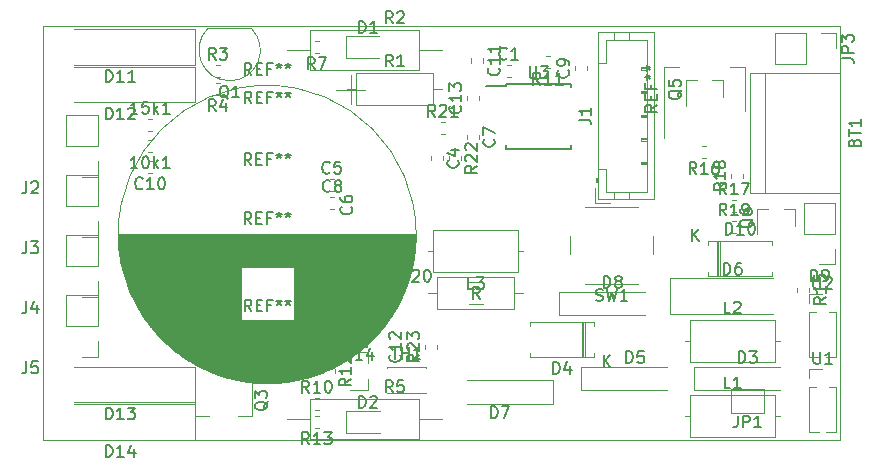
<source format=gbr>
G04 #@! TF.GenerationSoftware,KiCad,Pcbnew,5.1.5+dfsg1-2build2*
G04 #@! TF.CreationDate,2022-06-14T14:03:14+02:00*
G04 #@! TF.ProjectId,model1,6d6f6465-6c31-42e6-9b69-6361645f7063,rev?*
G04 #@! TF.SameCoordinates,Original*
G04 #@! TF.FileFunction,Legend,Top*
G04 #@! TF.FilePolarity,Positive*
%FSLAX46Y46*%
G04 Gerber Fmt 4.6, Leading zero omitted, Abs format (unit mm)*
G04 Created by KiCad (PCBNEW 5.1.5+dfsg1-2build2) date 2022-06-14 14:03:14*
%MOMM*%
%LPD*%
G04 APERTURE LIST*
%ADD10C,0.120000*%
%ADD11C,0.150000*%
G04 APERTURE END LIST*
D10*
X103500000Y-46500000D02*
X89500000Y-46500000D01*
X103500000Y-81500000D02*
X103500000Y-46500000D01*
X80500000Y-81500000D02*
X103500000Y-81500000D01*
X36000000Y-81500000D02*
X80500000Y-81500000D01*
X36000000Y-49000000D02*
X36000000Y-81500000D01*
X36000000Y-46500000D02*
X89500000Y-46500000D01*
X36000000Y-47000000D02*
X36000000Y-46500000D01*
X36000000Y-49000000D02*
X36000000Y-47000000D01*
X71886000Y-52769267D02*
X71886000Y-52426733D01*
X72906000Y-52769267D02*
X72906000Y-52426733D01*
X72085436Y-70010000D02*
X73289564Y-70010000D01*
X72085436Y-68190000D02*
X73289564Y-68190000D01*
X76684000Y-69088000D02*
X75914000Y-69088000D01*
X68604000Y-69088000D02*
X69374000Y-69088000D01*
X75914000Y-67718000D02*
X69374000Y-67718000D01*
X75914000Y-70458000D02*
X75914000Y-67718000D01*
X69374000Y-70458000D02*
X75914000Y-70458000D01*
X69374000Y-67718000D02*
X69374000Y-70458000D01*
X82050000Y-50229267D02*
X82050000Y-49886733D01*
X81030000Y-50229267D02*
X81030000Y-49886733D01*
X91111000Y-77311000D02*
X98411000Y-77311000D01*
X91111000Y-75311000D02*
X91111000Y-77311000D01*
X98411000Y-75311000D02*
X91111000Y-75311000D01*
X69826000Y-51816000D02*
X69056000Y-51816000D01*
X61746000Y-51816000D02*
X62516000Y-51816000D01*
X69056000Y-50446000D02*
X62516000Y-50446000D01*
X69056000Y-53186000D02*
X69056000Y-50446000D01*
X62516000Y-53186000D02*
X69056000Y-53186000D01*
X62516000Y-50446000D02*
X62516000Y-53186000D01*
X69826000Y-79756000D02*
X67866000Y-79756000D01*
X56666000Y-79756000D02*
X58626000Y-79756000D01*
X67866000Y-78036000D02*
X58626000Y-78036000D01*
X67866000Y-81476000D02*
X67866000Y-78036000D01*
X58626000Y-81476000D02*
X67866000Y-81476000D01*
X58626000Y-78036000D02*
X58626000Y-81476000D01*
X69826000Y-48514000D02*
X67866000Y-48514000D01*
X56666000Y-48514000D02*
X58626000Y-48514000D01*
X67866000Y-46794000D02*
X58626000Y-46794000D01*
X67866000Y-50234000D02*
X67866000Y-46794000D01*
X58626000Y-50234000D02*
X67866000Y-50234000D01*
X58626000Y-46794000D02*
X58626000Y-50234000D01*
X88631000Y-55919000D02*
X88631000Y-49909000D01*
X95451000Y-53669000D02*
X95451000Y-49909000D01*
X88631000Y-49909000D02*
X89891000Y-49909000D01*
X95451000Y-49909000D02*
X94191000Y-49909000D01*
X40660000Y-74490000D02*
X39330000Y-74490000D01*
X40660000Y-73160000D02*
X40660000Y-74490000D01*
X40660000Y-71890000D02*
X38000000Y-71890000D01*
X38000000Y-71890000D02*
X38000000Y-69290000D01*
X40660000Y-71890000D02*
X40660000Y-69290000D01*
X40660000Y-69290000D02*
X38000000Y-69290000D01*
X40660000Y-69410000D02*
X39330000Y-69410000D01*
X40660000Y-68080000D02*
X40660000Y-69410000D01*
X40660000Y-66810000D02*
X38000000Y-66810000D01*
X38000000Y-66810000D02*
X38000000Y-64210000D01*
X40660000Y-66810000D02*
X40660000Y-64210000D01*
X40660000Y-64210000D02*
X38000000Y-64210000D01*
X40660000Y-64330000D02*
X39330000Y-64330000D01*
X40660000Y-63000000D02*
X40660000Y-64330000D01*
X40660000Y-61730000D02*
X38000000Y-61730000D01*
X38000000Y-61730000D02*
X38000000Y-59130000D01*
X40660000Y-61730000D02*
X40660000Y-59130000D01*
X40660000Y-59130000D02*
X38000000Y-59130000D01*
X40660000Y-59250000D02*
X39330000Y-59250000D01*
X40660000Y-57920000D02*
X40660000Y-59250000D01*
X40660000Y-56650000D02*
X38000000Y-56650000D01*
X38000000Y-56650000D02*
X38000000Y-54050000D01*
X40660000Y-56650000D02*
X40660000Y-54050000D01*
X40660000Y-54050000D02*
X38000000Y-54050000D01*
X63320000Y-51865741D02*
X60820000Y-51865741D01*
X62070000Y-50615741D02*
X62070000Y-53115741D01*
X55666000Y-76720000D02*
X54324000Y-76720000D01*
X56185000Y-76680000D02*
X53805000Y-76680000D01*
X56541000Y-76640000D02*
X53449000Y-76640000D01*
X56830000Y-76600000D02*
X53160000Y-76600000D01*
X57079000Y-76560000D02*
X52911000Y-76560000D01*
X57302000Y-76520000D02*
X52688000Y-76520000D01*
X57504000Y-76480000D02*
X52486000Y-76480000D01*
X57691000Y-76440000D02*
X52299000Y-76440000D01*
X57865000Y-76400000D02*
X52125000Y-76400000D01*
X58029000Y-76360000D02*
X51961000Y-76360000D01*
X58184000Y-76320000D02*
X51806000Y-76320000D01*
X58332000Y-76280000D02*
X51658000Y-76280000D01*
X58473000Y-76240000D02*
X51517000Y-76240000D01*
X58608000Y-76200000D02*
X51382000Y-76200000D01*
X58737000Y-76160000D02*
X51253000Y-76160000D01*
X58862000Y-76120000D02*
X51128000Y-76120000D01*
X58983000Y-76080000D02*
X51007000Y-76080000D01*
X59100000Y-76040000D02*
X50890000Y-76040000D01*
X59213000Y-76000000D02*
X50777000Y-76000000D01*
X59323000Y-75960000D02*
X50667000Y-75960000D01*
X59430000Y-75920000D02*
X50560000Y-75920000D01*
X59534000Y-75880000D02*
X50456000Y-75880000D01*
X59636000Y-75840000D02*
X50354000Y-75840000D01*
X59735000Y-75800000D02*
X50255000Y-75800000D01*
X59831000Y-75760000D02*
X50159000Y-75760000D01*
X59926000Y-75720000D02*
X50064000Y-75720000D01*
X60018000Y-75680000D02*
X49972000Y-75680000D01*
X60109000Y-75640000D02*
X49881000Y-75640000D01*
X60197000Y-75600000D02*
X49793000Y-75600000D01*
X60284000Y-75560000D02*
X49706000Y-75560000D01*
X60369000Y-75520000D02*
X49621000Y-75520000D01*
X60452000Y-75480000D02*
X49538000Y-75480000D01*
X60534000Y-75440000D02*
X49456000Y-75440000D01*
X60615000Y-75400000D02*
X49375000Y-75400000D01*
X60694000Y-75360000D02*
X49296000Y-75360000D01*
X60771000Y-75320000D02*
X49219000Y-75320000D01*
X60848000Y-75280000D02*
X49142000Y-75280000D01*
X60923000Y-75240000D02*
X49067000Y-75240000D01*
X60997000Y-75200000D02*
X48993000Y-75200000D01*
X61070000Y-75160000D02*
X48920000Y-75160000D01*
X61141000Y-75120000D02*
X48849000Y-75120000D01*
X61212000Y-75080000D02*
X48778000Y-75080000D01*
X61281000Y-75040000D02*
X48709000Y-75040000D01*
X61350000Y-75000000D02*
X48640000Y-75000000D01*
X61418000Y-74960000D02*
X48572000Y-74960000D01*
X61484000Y-74920000D02*
X48506000Y-74920000D01*
X61550000Y-74880000D02*
X48440000Y-74880000D01*
X61615000Y-74840000D02*
X48375000Y-74840000D01*
X61679000Y-74800000D02*
X48311000Y-74800000D01*
X61742000Y-74760000D02*
X48248000Y-74760000D01*
X61804000Y-74720000D02*
X48186000Y-74720000D01*
X61866000Y-74680000D02*
X48124000Y-74680000D01*
X61926000Y-74640000D02*
X48064000Y-74640000D01*
X61986000Y-74600000D02*
X48004000Y-74600000D01*
X62046000Y-74560000D02*
X47944000Y-74560000D01*
X62104000Y-74520000D02*
X47886000Y-74520000D01*
X62162000Y-74480000D02*
X47828000Y-74480000D01*
X62219000Y-74440000D02*
X47771000Y-74440000D01*
X62276000Y-74400000D02*
X47714000Y-74400000D01*
X62332000Y-74360000D02*
X47658000Y-74360000D01*
X62387000Y-74320000D02*
X47603000Y-74320000D01*
X62441000Y-74280000D02*
X47549000Y-74280000D01*
X62495000Y-74240000D02*
X47495000Y-74240000D01*
X62549000Y-74200000D02*
X47441000Y-74200000D01*
X62602000Y-74160000D02*
X47388000Y-74160000D01*
X62654000Y-74120000D02*
X47336000Y-74120000D01*
X62706000Y-74080000D02*
X47284000Y-74080000D01*
X62757000Y-74040000D02*
X47233000Y-74040000D01*
X62807000Y-74000000D02*
X47183000Y-74000000D01*
X62857000Y-73960000D02*
X47133000Y-73960000D01*
X62907000Y-73920000D02*
X47083000Y-73920000D01*
X62956000Y-73880000D02*
X47034000Y-73880000D01*
X63004000Y-73840000D02*
X46986000Y-73840000D01*
X63053000Y-73800000D02*
X46937000Y-73800000D01*
X63100000Y-73760000D02*
X46890000Y-73760000D01*
X63147000Y-73720000D02*
X46843000Y-73720000D01*
X63194000Y-73680000D02*
X46796000Y-73680000D01*
X63240000Y-73640000D02*
X46750000Y-73640000D01*
X63286000Y-73600000D02*
X46704000Y-73600000D01*
X63331000Y-73560000D02*
X46659000Y-73560000D01*
X63376000Y-73520000D02*
X46614000Y-73520000D01*
X63420000Y-73480000D02*
X46570000Y-73480000D01*
X63464000Y-73440000D02*
X46526000Y-73440000D01*
X63508000Y-73400000D02*
X46482000Y-73400000D01*
X63551000Y-73360000D02*
X46439000Y-73360000D01*
X63594000Y-73320000D02*
X46396000Y-73320000D01*
X63636000Y-73280000D02*
X46354000Y-73280000D01*
X63678000Y-73240000D02*
X46312000Y-73240000D01*
X63720000Y-73200000D02*
X46270000Y-73200000D01*
X63761000Y-73160000D02*
X46229000Y-73160000D01*
X63802000Y-73120000D02*
X46188000Y-73120000D01*
X63843000Y-73080000D02*
X46147000Y-73080000D01*
X63883000Y-73040000D02*
X46107000Y-73040000D01*
X63923000Y-73000000D02*
X46067000Y-73000000D01*
X63962000Y-72960000D02*
X46028000Y-72960000D01*
X64001000Y-72920000D02*
X45989000Y-72920000D01*
X64040000Y-72880000D02*
X45950000Y-72880000D01*
X64078000Y-72840000D02*
X45912000Y-72840000D01*
X64116000Y-72800000D02*
X45874000Y-72800000D01*
X64154000Y-72760000D02*
X45836000Y-72760000D01*
X64192000Y-72720000D02*
X45798000Y-72720000D01*
X64229000Y-72680000D02*
X45761000Y-72680000D01*
X64265000Y-72640000D02*
X45725000Y-72640000D01*
X64302000Y-72600000D02*
X45688000Y-72600000D01*
X64338000Y-72560000D02*
X45652000Y-72560000D01*
X64374000Y-72520000D02*
X45616000Y-72520000D01*
X64409000Y-72480000D02*
X45581000Y-72480000D01*
X64445000Y-72440000D02*
X45545000Y-72440000D01*
X64479000Y-72400000D02*
X45511000Y-72400000D01*
X64514000Y-72360000D02*
X45476000Y-72360000D01*
X64548000Y-72320000D02*
X45442000Y-72320000D01*
X64582000Y-72281000D02*
X45408000Y-72281000D01*
X64616000Y-72241000D02*
X45374000Y-72241000D01*
X64650000Y-72201000D02*
X45340000Y-72201000D01*
X64683000Y-72161000D02*
X45307000Y-72161000D01*
X64716000Y-72121000D02*
X45274000Y-72121000D01*
X64748000Y-72081000D02*
X45242000Y-72081000D01*
X64781000Y-72041000D02*
X45209000Y-72041000D01*
X64813000Y-72001000D02*
X45177000Y-72001000D01*
X64845000Y-71961000D02*
X45145000Y-71961000D01*
X64876000Y-71921000D02*
X45114000Y-71921000D01*
X64908000Y-71881000D02*
X45082000Y-71881000D01*
X64939000Y-71841000D02*
X45051000Y-71841000D01*
X64970000Y-71801000D02*
X45020000Y-71801000D01*
X65000000Y-71761000D02*
X44990000Y-71761000D01*
X65030000Y-71721000D02*
X44960000Y-71721000D01*
X65060000Y-71681000D02*
X44930000Y-71681000D01*
X65090000Y-71641000D02*
X44900000Y-71641000D01*
X65120000Y-71601000D02*
X44870000Y-71601000D01*
X65149000Y-71561000D02*
X44841000Y-71561000D01*
X65178000Y-71521000D02*
X44812000Y-71521000D01*
X65207000Y-71481000D02*
X44783000Y-71481000D01*
X65236000Y-71441000D02*
X44754000Y-71441000D01*
X65264000Y-71401000D02*
X44726000Y-71401000D01*
X65292000Y-71361000D02*
X44698000Y-71361000D01*
X52755000Y-71321000D02*
X44670000Y-71321000D01*
X65320000Y-71321000D02*
X57235000Y-71321000D01*
X52755000Y-71281000D02*
X44642000Y-71281000D01*
X65348000Y-71281000D02*
X57235000Y-71281000D01*
X52755000Y-71241000D02*
X44615000Y-71241000D01*
X65375000Y-71241000D02*
X57235000Y-71241000D01*
X52755000Y-71201000D02*
X44588000Y-71201000D01*
X65402000Y-71201000D02*
X57235000Y-71201000D01*
X52755000Y-71161000D02*
X44561000Y-71161000D01*
X65429000Y-71161000D02*
X57235000Y-71161000D01*
X52755000Y-71121000D02*
X44534000Y-71121000D01*
X65456000Y-71121000D02*
X57235000Y-71121000D01*
X52755000Y-71081000D02*
X44507000Y-71081000D01*
X65483000Y-71081000D02*
X57235000Y-71081000D01*
X52755000Y-71041000D02*
X44481000Y-71041000D01*
X65509000Y-71041000D02*
X57235000Y-71041000D01*
X52755000Y-71001000D02*
X44455000Y-71001000D01*
X65535000Y-71001000D02*
X57235000Y-71001000D01*
X52755000Y-70961000D02*
X44429000Y-70961000D01*
X65561000Y-70961000D02*
X57235000Y-70961000D01*
X52755000Y-70921000D02*
X44403000Y-70921000D01*
X65587000Y-70921000D02*
X57235000Y-70921000D01*
X52755000Y-70881000D02*
X44378000Y-70881000D01*
X65612000Y-70881000D02*
X57235000Y-70881000D01*
X52755000Y-70841000D02*
X44352000Y-70841000D01*
X65638000Y-70841000D02*
X57235000Y-70841000D01*
X52755000Y-70801000D02*
X44327000Y-70801000D01*
X65663000Y-70801000D02*
X57235000Y-70801000D01*
X52755000Y-70761000D02*
X44303000Y-70761000D01*
X65687000Y-70761000D02*
X57235000Y-70761000D01*
X52755000Y-70721000D02*
X44278000Y-70721000D01*
X65712000Y-70721000D02*
X57235000Y-70721000D01*
X52755000Y-70681000D02*
X44253000Y-70681000D01*
X65737000Y-70681000D02*
X57235000Y-70681000D01*
X52755000Y-70641000D02*
X44229000Y-70641000D01*
X65761000Y-70641000D02*
X57235000Y-70641000D01*
X52755000Y-70601000D02*
X44205000Y-70601000D01*
X65785000Y-70601000D02*
X57235000Y-70601000D01*
X52755000Y-70561000D02*
X44181000Y-70561000D01*
X65809000Y-70561000D02*
X57235000Y-70561000D01*
X52755000Y-70521000D02*
X44158000Y-70521000D01*
X65832000Y-70521000D02*
X57235000Y-70521000D01*
X52755000Y-70481000D02*
X44134000Y-70481000D01*
X65856000Y-70481000D02*
X57235000Y-70481000D01*
X52755000Y-70441000D02*
X44111000Y-70441000D01*
X65879000Y-70441000D02*
X57235000Y-70441000D01*
X52755000Y-70401000D02*
X44088000Y-70401000D01*
X65902000Y-70401000D02*
X57235000Y-70401000D01*
X52755000Y-70361000D02*
X44065000Y-70361000D01*
X65925000Y-70361000D02*
X57235000Y-70361000D01*
X52755000Y-70321000D02*
X44042000Y-70321000D01*
X65948000Y-70321000D02*
X57235000Y-70321000D01*
X52755000Y-70281000D02*
X44020000Y-70281000D01*
X65970000Y-70281000D02*
X57235000Y-70281000D01*
X52755000Y-70241000D02*
X43998000Y-70241000D01*
X65992000Y-70241000D02*
X57235000Y-70241000D01*
X52755000Y-70201000D02*
X43976000Y-70201000D01*
X66014000Y-70201000D02*
X57235000Y-70201000D01*
X52755000Y-70161000D02*
X43954000Y-70161000D01*
X66036000Y-70161000D02*
X57235000Y-70161000D01*
X52755000Y-70121000D02*
X43932000Y-70121000D01*
X66058000Y-70121000D02*
X57235000Y-70121000D01*
X52755000Y-70081000D02*
X43911000Y-70081000D01*
X66079000Y-70081000D02*
X57235000Y-70081000D01*
X52755000Y-70041000D02*
X43889000Y-70041000D01*
X66101000Y-70041000D02*
X57235000Y-70041000D01*
X52755000Y-70001000D02*
X43868000Y-70001000D01*
X66122000Y-70001000D02*
X57235000Y-70001000D01*
X52755000Y-69961000D02*
X43847000Y-69961000D01*
X66143000Y-69961000D02*
X57235000Y-69961000D01*
X52755000Y-69921000D02*
X43826000Y-69921000D01*
X66164000Y-69921000D02*
X57235000Y-69921000D01*
X52755000Y-69881000D02*
X43806000Y-69881000D01*
X66184000Y-69881000D02*
X57235000Y-69881000D01*
X52755000Y-69841000D02*
X43785000Y-69841000D01*
X66205000Y-69841000D02*
X57235000Y-69841000D01*
X52755000Y-69801000D02*
X43765000Y-69801000D01*
X66225000Y-69801000D02*
X57235000Y-69801000D01*
X52755000Y-69761000D02*
X43745000Y-69761000D01*
X66245000Y-69761000D02*
X57235000Y-69761000D01*
X52755000Y-69721000D02*
X43725000Y-69721000D01*
X66265000Y-69721000D02*
X57235000Y-69721000D01*
X52755000Y-69681000D02*
X43705000Y-69681000D01*
X66285000Y-69681000D02*
X57235000Y-69681000D01*
X52755000Y-69641000D02*
X43686000Y-69641000D01*
X66304000Y-69641000D02*
X57235000Y-69641000D01*
X52755000Y-69601000D02*
X43666000Y-69601000D01*
X66324000Y-69601000D02*
X57235000Y-69601000D01*
X52755000Y-69561000D02*
X43647000Y-69561000D01*
X66343000Y-69561000D02*
X57235000Y-69561000D01*
X52755000Y-69521000D02*
X43628000Y-69521000D01*
X66362000Y-69521000D02*
X57235000Y-69521000D01*
X52755000Y-69481000D02*
X43609000Y-69481000D01*
X66381000Y-69481000D02*
X57235000Y-69481000D01*
X52755000Y-69441000D02*
X43591000Y-69441000D01*
X66399000Y-69441000D02*
X57235000Y-69441000D01*
X52755000Y-69401000D02*
X43572000Y-69401000D01*
X66418000Y-69401000D02*
X57235000Y-69401000D01*
X52755000Y-69361000D02*
X43554000Y-69361000D01*
X66436000Y-69361000D02*
X57235000Y-69361000D01*
X52755000Y-69321000D02*
X43536000Y-69321000D01*
X66454000Y-69321000D02*
X57235000Y-69321000D01*
X52755000Y-69281000D02*
X43518000Y-69281000D01*
X66472000Y-69281000D02*
X57235000Y-69281000D01*
X52755000Y-69241000D02*
X43500000Y-69241000D01*
X66490000Y-69241000D02*
X57235000Y-69241000D01*
X52755000Y-69201000D02*
X43482000Y-69201000D01*
X66508000Y-69201000D02*
X57235000Y-69201000D01*
X52755000Y-69161000D02*
X43465000Y-69161000D01*
X66525000Y-69161000D02*
X57235000Y-69161000D01*
X52755000Y-69121000D02*
X43447000Y-69121000D01*
X66543000Y-69121000D02*
X57235000Y-69121000D01*
X52755000Y-69081000D02*
X43430000Y-69081000D01*
X66560000Y-69081000D02*
X57235000Y-69081000D01*
X52755000Y-69041000D02*
X43413000Y-69041000D01*
X66577000Y-69041000D02*
X57235000Y-69041000D01*
X52755000Y-69001000D02*
X43396000Y-69001000D01*
X66594000Y-69001000D02*
X57235000Y-69001000D01*
X52755000Y-68961000D02*
X43380000Y-68961000D01*
X66610000Y-68961000D02*
X57235000Y-68961000D01*
X52755000Y-68921000D02*
X43363000Y-68921000D01*
X66627000Y-68921000D02*
X57235000Y-68921000D01*
X52755000Y-68881000D02*
X43347000Y-68881000D01*
X66643000Y-68881000D02*
X57235000Y-68881000D01*
X52755000Y-68841000D02*
X43330000Y-68841000D01*
X66660000Y-68841000D02*
X57235000Y-68841000D01*
X52755000Y-68801000D02*
X43314000Y-68801000D01*
X66676000Y-68801000D02*
X57235000Y-68801000D01*
X52755000Y-68761000D02*
X43298000Y-68761000D01*
X66692000Y-68761000D02*
X57235000Y-68761000D01*
X52755000Y-68721000D02*
X43283000Y-68721000D01*
X66707000Y-68721000D02*
X57235000Y-68721000D01*
X52755000Y-68681000D02*
X43267000Y-68681000D01*
X66723000Y-68681000D02*
X57235000Y-68681000D01*
X52755000Y-68641000D02*
X43252000Y-68641000D01*
X66738000Y-68641000D02*
X57235000Y-68641000D01*
X52755000Y-68601000D02*
X43236000Y-68601000D01*
X66754000Y-68601000D02*
X57235000Y-68601000D01*
X52755000Y-68561000D02*
X43221000Y-68561000D01*
X66769000Y-68561000D02*
X57235000Y-68561000D01*
X52755000Y-68521000D02*
X43206000Y-68521000D01*
X66784000Y-68521000D02*
X57235000Y-68521000D01*
X52755000Y-68481000D02*
X43192000Y-68481000D01*
X66798000Y-68481000D02*
X57235000Y-68481000D01*
X52755000Y-68441000D02*
X43177000Y-68441000D01*
X66813000Y-68441000D02*
X57235000Y-68441000D01*
X52755000Y-68401000D02*
X43162000Y-68401000D01*
X66828000Y-68401000D02*
X57235000Y-68401000D01*
X52755000Y-68361000D02*
X43148000Y-68361000D01*
X66842000Y-68361000D02*
X57235000Y-68361000D01*
X52755000Y-68321000D02*
X43134000Y-68321000D01*
X66856000Y-68321000D02*
X57235000Y-68321000D01*
X52755000Y-68281000D02*
X43120000Y-68281000D01*
X66870000Y-68281000D02*
X57235000Y-68281000D01*
X52755000Y-68241000D02*
X43106000Y-68241000D01*
X66884000Y-68241000D02*
X57235000Y-68241000D01*
X52755000Y-68201000D02*
X43092000Y-68201000D01*
X66898000Y-68201000D02*
X57235000Y-68201000D01*
X52755000Y-68161000D02*
X43079000Y-68161000D01*
X66911000Y-68161000D02*
X57235000Y-68161000D01*
X52755000Y-68121000D02*
X43065000Y-68121000D01*
X66925000Y-68121000D02*
X57235000Y-68121000D01*
X52755000Y-68081000D02*
X43052000Y-68081000D01*
X66938000Y-68081000D02*
X57235000Y-68081000D01*
X52755000Y-68041000D02*
X43039000Y-68041000D01*
X66951000Y-68041000D02*
X57235000Y-68041000D01*
X52755000Y-68001000D02*
X43026000Y-68001000D01*
X66964000Y-68001000D02*
X57235000Y-68001000D01*
X52755000Y-67961000D02*
X43013000Y-67961000D01*
X66977000Y-67961000D02*
X57235000Y-67961000D01*
X52755000Y-67921000D02*
X43000000Y-67921000D01*
X66990000Y-67921000D02*
X57235000Y-67921000D01*
X52755000Y-67881000D02*
X42988000Y-67881000D01*
X67002000Y-67881000D02*
X57235000Y-67881000D01*
X52755000Y-67841000D02*
X42975000Y-67841000D01*
X67015000Y-67841000D02*
X57235000Y-67841000D01*
X52755000Y-67801000D02*
X42963000Y-67801000D01*
X67027000Y-67801000D02*
X57235000Y-67801000D01*
X52755000Y-67761000D02*
X42951000Y-67761000D01*
X67039000Y-67761000D02*
X57235000Y-67761000D01*
X52755000Y-67721000D02*
X42939000Y-67721000D01*
X67051000Y-67721000D02*
X57235000Y-67721000D01*
X52755000Y-67681000D02*
X42927000Y-67681000D01*
X67063000Y-67681000D02*
X57235000Y-67681000D01*
X52755000Y-67641000D02*
X42915000Y-67641000D01*
X67075000Y-67641000D02*
X57235000Y-67641000D01*
X52755000Y-67601000D02*
X42904000Y-67601000D01*
X67086000Y-67601000D02*
X57235000Y-67601000D01*
X52755000Y-67561000D02*
X42892000Y-67561000D01*
X67098000Y-67561000D02*
X57235000Y-67561000D01*
X52755000Y-67521000D02*
X42881000Y-67521000D01*
X67109000Y-67521000D02*
X57235000Y-67521000D01*
X52755000Y-67481000D02*
X42870000Y-67481000D01*
X67120000Y-67481000D02*
X57235000Y-67481000D01*
X52755000Y-67441000D02*
X42859000Y-67441000D01*
X67131000Y-67441000D02*
X57235000Y-67441000D01*
X52755000Y-67401000D02*
X42848000Y-67401000D01*
X67142000Y-67401000D02*
X57235000Y-67401000D01*
X52755000Y-67361000D02*
X42838000Y-67361000D01*
X67152000Y-67361000D02*
X57235000Y-67361000D01*
X52755000Y-67321000D02*
X42827000Y-67321000D01*
X67163000Y-67321000D02*
X57235000Y-67321000D01*
X52755000Y-67281000D02*
X42817000Y-67281000D01*
X67173000Y-67281000D02*
X57235000Y-67281000D01*
X52755000Y-67241000D02*
X42806000Y-67241000D01*
X67184000Y-67241000D02*
X57235000Y-67241000D01*
X52755000Y-67201000D02*
X42796000Y-67201000D01*
X67194000Y-67201000D02*
X57235000Y-67201000D01*
X52755000Y-67161000D02*
X42786000Y-67161000D01*
X67204000Y-67161000D02*
X57235000Y-67161000D01*
X52755000Y-67121000D02*
X42776000Y-67121000D01*
X67214000Y-67121000D02*
X57235000Y-67121000D01*
X52755000Y-67081000D02*
X42767000Y-67081000D01*
X67223000Y-67081000D02*
X57235000Y-67081000D01*
X52755000Y-67041000D02*
X42757000Y-67041000D01*
X67233000Y-67041000D02*
X57235000Y-67041000D01*
X52755000Y-67001000D02*
X42748000Y-67001000D01*
X67242000Y-67001000D02*
X57235000Y-67001000D01*
X52755000Y-66961000D02*
X42738000Y-66961000D01*
X67252000Y-66961000D02*
X57235000Y-66961000D01*
X52755000Y-66921000D02*
X42729000Y-66921000D01*
X67261000Y-66921000D02*
X57235000Y-66921000D01*
X52755000Y-66881000D02*
X42720000Y-66881000D01*
X67270000Y-66881000D02*
X57235000Y-66881000D01*
X67279000Y-66841000D02*
X42711000Y-66841000D01*
X67288000Y-66801000D02*
X42702000Y-66801000D01*
X67296000Y-66761000D02*
X42694000Y-66761000D01*
X67305000Y-66721000D02*
X42685000Y-66721000D01*
X67313000Y-66681000D02*
X42677000Y-66681000D01*
X67321000Y-66641000D02*
X42669000Y-66641000D01*
X67329000Y-66601000D02*
X42661000Y-66601000D01*
X67337000Y-66561000D02*
X42653000Y-66561000D01*
X67345000Y-66521000D02*
X42645000Y-66521000D01*
X67353000Y-66481000D02*
X42637000Y-66481000D01*
X67360000Y-66441000D02*
X42630000Y-66441000D01*
X67368000Y-66401000D02*
X42622000Y-66401000D01*
X67375000Y-66361000D02*
X42615000Y-66361000D01*
X67382000Y-66321000D02*
X42608000Y-66321000D01*
X67389000Y-66281000D02*
X42601000Y-66281000D01*
X67396000Y-66241000D02*
X42594000Y-66241000D01*
X67403000Y-66201000D02*
X42587000Y-66201000D01*
X67410000Y-66161000D02*
X42580000Y-66161000D01*
X67416000Y-66121000D02*
X42574000Y-66121000D01*
X67422000Y-66081000D02*
X42568000Y-66081000D01*
X67429000Y-66041000D02*
X42561000Y-66041000D01*
X67435000Y-66001000D02*
X42555000Y-66001000D01*
X67441000Y-65961000D02*
X42549000Y-65961000D01*
X67446000Y-65921000D02*
X42544000Y-65921000D01*
X67452000Y-65881000D02*
X42538000Y-65881000D01*
X67458000Y-65841000D02*
X42532000Y-65841000D01*
X67463000Y-65801000D02*
X42527000Y-65801000D01*
X67468000Y-65761000D02*
X42522000Y-65761000D01*
X67474000Y-65721000D02*
X42516000Y-65721000D01*
X67479000Y-65681000D02*
X42511000Y-65681000D01*
X67484000Y-65641000D02*
X42506000Y-65641000D01*
X67488000Y-65601000D02*
X42502000Y-65601000D01*
X67493000Y-65561000D02*
X42497000Y-65561000D01*
X67498000Y-65521000D02*
X42492000Y-65521000D01*
X67502000Y-65481000D02*
X42488000Y-65481000D01*
X67506000Y-65441000D02*
X42484000Y-65441000D01*
X67510000Y-65401000D02*
X42480000Y-65401000D01*
X67514000Y-65361000D02*
X42476000Y-65361000D01*
X67518000Y-65321000D02*
X42472000Y-65321000D01*
X67522000Y-65281000D02*
X42468000Y-65281000D01*
X67526000Y-65241000D02*
X42464000Y-65241000D01*
X67529000Y-65201000D02*
X42461000Y-65201000D01*
X67533000Y-65161000D02*
X42457000Y-65161000D01*
X67536000Y-65121000D02*
X42454000Y-65121000D01*
X67539000Y-65081000D02*
X42451000Y-65081000D01*
X67542000Y-65041000D02*
X42448000Y-65041000D01*
X67545000Y-65001000D02*
X42445000Y-65001000D01*
X67548000Y-64961000D02*
X42442000Y-64961000D01*
X67550000Y-64921000D02*
X42440000Y-64921000D01*
X67553000Y-64881000D02*
X42437000Y-64881000D01*
X67555000Y-64841000D02*
X42435000Y-64841000D01*
X67557000Y-64800000D02*
X42433000Y-64800000D01*
X67559000Y-64760000D02*
X42431000Y-64760000D01*
X67561000Y-64720000D02*
X42429000Y-64720000D01*
X67563000Y-64680000D02*
X42427000Y-64680000D01*
X67565000Y-64640000D02*
X42425000Y-64640000D01*
X67566000Y-64600000D02*
X42424000Y-64600000D01*
X67568000Y-64560000D02*
X42422000Y-64560000D01*
X67569000Y-64520000D02*
X42421000Y-64520000D01*
X67570000Y-64480000D02*
X42420000Y-64480000D01*
X67571000Y-64440000D02*
X42419000Y-64440000D01*
X67572000Y-64400000D02*
X42418000Y-64400000D01*
X67573000Y-64360000D02*
X42417000Y-64360000D01*
X67574000Y-64320000D02*
X42416000Y-64320000D01*
X67574000Y-64280000D02*
X42416000Y-64280000D01*
X67575000Y-64240000D02*
X42415000Y-64240000D01*
X67575000Y-64200000D02*
X42415000Y-64200000D01*
X67575000Y-64160000D02*
X42415000Y-64160000D01*
X67576000Y-64120000D02*
X42414000Y-64120000D01*
X67615000Y-64120000D02*
G75*
G03X67615000Y-64120000I-12620000J0D01*
G01*
X45256267Y-56132000D02*
X44913733Y-56132000D01*
X45256267Y-57152000D02*
X44913733Y-57152000D01*
X44913733Y-54354000D02*
X45256267Y-54354000D01*
X44913733Y-55374000D02*
X45256267Y-55374000D01*
X97166000Y-60626000D02*
X97166000Y-50466000D01*
X95896000Y-60626000D02*
X103516000Y-60626000D01*
X103516000Y-60626000D02*
X103516000Y-50466000D01*
X103516000Y-50466000D02*
X95896000Y-50466000D01*
X95896000Y-50466000D02*
X95896000Y-60626000D01*
X75266733Y-49782000D02*
X75609267Y-49782000D01*
X75266733Y-50802000D02*
X75609267Y-50802000D01*
X64941267Y-67054000D02*
X64598733Y-67054000D01*
X64941267Y-68074000D02*
X64598733Y-68074000D01*
X64941267Y-68578000D02*
X64598733Y-68578000D01*
X64941267Y-69598000D02*
X64598733Y-69598000D01*
X69858000Y-57506733D02*
X69858000Y-57849267D01*
X68838000Y-57506733D02*
X68838000Y-57849267D01*
X60280733Y-59434000D02*
X60623267Y-59434000D01*
X60280733Y-60454000D02*
X60623267Y-60454000D01*
X71886000Y-55728733D02*
X71886000Y-56071267D01*
X72906000Y-55728733D02*
X72906000Y-56071267D01*
X60328733Y-60990000D02*
X60671267Y-60990000D01*
X60328733Y-62010000D02*
X60671267Y-62010000D01*
X45256267Y-58930000D02*
X44913733Y-58930000D01*
X45256267Y-57910000D02*
X44913733Y-57910000D01*
X72290000Y-49228733D02*
X72290000Y-49571267D01*
X73310000Y-49228733D02*
X73310000Y-49571267D01*
X64500000Y-47300000D02*
X61640000Y-47300000D01*
X61640000Y-47300000D02*
X61640000Y-49220000D01*
X61640000Y-49220000D02*
X64500000Y-49220000D01*
X61649000Y-80970000D02*
X64509000Y-80970000D01*
X61649000Y-79050000D02*
X61649000Y-80970000D01*
X64509000Y-79050000D02*
X61649000Y-79050000D01*
X82660000Y-74140000D02*
X82660000Y-74470000D01*
X82660000Y-74470000D02*
X77220000Y-74470000D01*
X77220000Y-74470000D02*
X77220000Y-74140000D01*
X82660000Y-71860000D02*
X82660000Y-71530000D01*
X82660000Y-71530000D02*
X77220000Y-71530000D01*
X77220000Y-71530000D02*
X77220000Y-71860000D01*
X81760000Y-74470000D02*
X81760000Y-71530000D01*
X81640000Y-74470000D02*
X81640000Y-71530000D01*
X81880000Y-74470000D02*
X81880000Y-71530000D01*
X88886000Y-75311000D02*
X81586000Y-75311000D01*
X81586000Y-75311000D02*
X81586000Y-77311000D01*
X81586000Y-77311000D02*
X88886000Y-77311000D01*
X97791000Y-67826000D02*
X89091000Y-67826000D01*
X89091000Y-67826000D02*
X89091000Y-70826000D01*
X89091000Y-70826000D02*
X97791000Y-70826000D01*
X79226000Y-76470000D02*
X71926000Y-76470000D01*
X79226000Y-78470000D02*
X79226000Y-76470000D01*
X71926000Y-78470000D02*
X79226000Y-78470000D01*
X86981000Y-68961000D02*
X79681000Y-68961000D01*
X79681000Y-68961000D02*
X79681000Y-70961000D01*
X79681000Y-70961000D02*
X86981000Y-70961000D01*
X103068000Y-61455000D02*
X100408000Y-61455000D01*
X103068000Y-64055000D02*
X103068000Y-61455000D01*
X100408000Y-64055000D02*
X100408000Y-61455000D01*
X103068000Y-64055000D02*
X100408000Y-64055000D01*
X103068000Y-65325000D02*
X103068000Y-66655000D01*
X103068000Y-66655000D02*
X101738000Y-66655000D01*
X93086000Y-64681000D02*
X93086000Y-67621000D01*
X93326000Y-64681000D02*
X93326000Y-67621000D01*
X93206000Y-64681000D02*
X93206000Y-67621000D01*
X97746000Y-67621000D02*
X97746000Y-67291000D01*
X92306000Y-67621000D02*
X97746000Y-67621000D01*
X92306000Y-67291000D02*
X92306000Y-67621000D01*
X97746000Y-64681000D02*
X97746000Y-65011000D01*
X92306000Y-64681000D02*
X97746000Y-64681000D01*
X92306000Y-65011000D02*
X92306000Y-64681000D01*
X38645000Y-49760000D02*
X48845000Y-49760000D01*
X48845000Y-49760000D02*
X48845000Y-46760000D01*
X48845000Y-46760000D02*
X38645000Y-46760000D01*
X48845000Y-49935000D02*
X38645000Y-49935000D01*
X48845000Y-52935000D02*
X48845000Y-49935000D01*
X38645000Y-52935000D02*
X48845000Y-52935000D01*
X48845000Y-75335000D02*
X38645000Y-75335000D01*
X48845000Y-78335000D02*
X48845000Y-75335000D01*
X38645000Y-78335000D02*
X48845000Y-78335000D01*
X38645000Y-81510000D02*
X48845000Y-81510000D01*
X48845000Y-81510000D02*
X48845000Y-78510000D01*
X48845000Y-78510000D02*
X38645000Y-78510000D01*
X83032000Y-61135000D02*
X87752000Y-61135000D01*
X87752000Y-61135000D02*
X87752000Y-47015000D01*
X87752000Y-47015000D02*
X83032000Y-47015000D01*
X83032000Y-47015000D02*
X83032000Y-61135000D01*
X83032000Y-59375000D02*
X82832000Y-59375000D01*
X82832000Y-59375000D02*
X82832000Y-59675000D01*
X82832000Y-59675000D02*
X83032000Y-59675000D01*
X82932000Y-59375000D02*
X82932000Y-59675000D01*
X83032000Y-58575000D02*
X83642000Y-58575000D01*
X83642000Y-58575000D02*
X83642000Y-60525000D01*
X83642000Y-60525000D02*
X87142000Y-60525000D01*
X87142000Y-60525000D02*
X87142000Y-47625000D01*
X87142000Y-47625000D02*
X83642000Y-47625000D01*
X83642000Y-47625000D02*
X83642000Y-49575000D01*
X83642000Y-49575000D02*
X83032000Y-49575000D01*
X84342000Y-61135000D02*
X84342000Y-60525000D01*
X85642000Y-61135000D02*
X85642000Y-60525000D01*
X84342000Y-47015000D02*
X84342000Y-47625000D01*
X85642000Y-47015000D02*
X85642000Y-47625000D01*
X87142000Y-58175000D02*
X86642000Y-58175000D01*
X86642000Y-58175000D02*
X86642000Y-57975000D01*
X86642000Y-57975000D02*
X87142000Y-57975000D01*
X87142000Y-58075000D02*
X86642000Y-58075000D01*
X87142000Y-56175000D02*
X86642000Y-56175000D01*
X86642000Y-56175000D02*
X86642000Y-55975000D01*
X86642000Y-55975000D02*
X87142000Y-55975000D01*
X87142000Y-56075000D02*
X86642000Y-56075000D01*
X87142000Y-54175000D02*
X86642000Y-54175000D01*
X86642000Y-54175000D02*
X86642000Y-53975000D01*
X86642000Y-53975000D02*
X87142000Y-53975000D01*
X87142000Y-54075000D02*
X86642000Y-54075000D01*
X87142000Y-52175000D02*
X86642000Y-52175000D01*
X86642000Y-52175000D02*
X86642000Y-51975000D01*
X86642000Y-51975000D02*
X87142000Y-51975000D01*
X87142000Y-52075000D02*
X86642000Y-52075000D01*
X87142000Y-50175000D02*
X86642000Y-50175000D01*
X86642000Y-50175000D02*
X86642000Y-49975000D01*
X86642000Y-49975000D02*
X87142000Y-49975000D01*
X87142000Y-50075000D02*
X86642000Y-50075000D01*
X82732000Y-60185000D02*
X82732000Y-61435000D01*
X82732000Y-61435000D02*
X83982000Y-61435000D01*
X97061000Y-77216000D02*
X97061000Y-79216000D01*
X94261000Y-77216000D02*
X97061000Y-77216000D01*
X94261000Y-79216000D02*
X94261000Y-77216000D01*
X97061000Y-79216000D02*
X94261000Y-79216000D01*
X98431000Y-79486000D02*
X98011000Y-79486000D01*
X90351000Y-79486000D02*
X90771000Y-79486000D01*
X98011000Y-77716000D02*
X90771000Y-77716000D01*
X98011000Y-81256000D02*
X98011000Y-77716000D01*
X90771000Y-81256000D02*
X98011000Y-81256000D01*
X90771000Y-77716000D02*
X90771000Y-81256000D01*
X90771000Y-71366000D02*
X90771000Y-74906000D01*
X90771000Y-74906000D02*
X98011000Y-74906000D01*
X98011000Y-74906000D02*
X98011000Y-71366000D01*
X98011000Y-71366000D02*
X90771000Y-71366000D01*
X90351000Y-73136000D02*
X90771000Y-73136000D01*
X98431000Y-73136000D02*
X98011000Y-73136000D01*
X76264000Y-67302000D02*
X76264000Y-63762000D01*
X76264000Y-63762000D02*
X69024000Y-63762000D01*
X69024000Y-63762000D02*
X69024000Y-67302000D01*
X69024000Y-67302000D02*
X76264000Y-67302000D01*
X76684000Y-65532000D02*
X76264000Y-65532000D01*
X68604000Y-65532000D02*
X69024000Y-65532000D01*
X53616000Y-46664000D02*
X50016000Y-46664000D01*
X53654478Y-46675522D02*
G75*
G02X51816000Y-51114000I-1838478J-1838478D01*
G01*
X49977522Y-46675522D02*
G75*
G03X51816000Y-51114000I1838478J-1838478D01*
G01*
X44198000Y-64460000D02*
X44198000Y-65390000D01*
X44198000Y-67620000D02*
X44198000Y-66690000D01*
X44198000Y-67620000D02*
X46358000Y-67620000D01*
X44198000Y-64460000D02*
X45658000Y-64460000D01*
X63498000Y-77272000D02*
X62038000Y-77272000D01*
X63498000Y-74112000D02*
X61338000Y-74112000D01*
X63498000Y-74112000D02*
X63498000Y-75042000D01*
X63498000Y-77272000D02*
X63498000Y-76342000D01*
X93621000Y-51059000D02*
X92691000Y-51059000D01*
X90461000Y-51059000D02*
X91391000Y-51059000D01*
X90461000Y-51059000D02*
X90461000Y-53219000D01*
X93621000Y-51059000D02*
X93621000Y-52519000D01*
X99654000Y-61962000D02*
X99654000Y-63422000D01*
X96494000Y-61962000D02*
X96494000Y-64122000D01*
X96494000Y-61962000D02*
X97424000Y-61962000D01*
X99654000Y-61962000D02*
X98724000Y-61962000D01*
X50628733Y-49782000D02*
X50971267Y-49782000D01*
X50628733Y-50802000D02*
X50971267Y-50802000D01*
X50971267Y-51306000D02*
X50628733Y-51306000D01*
X50971267Y-52326000D02*
X50628733Y-52326000D01*
X47242000Y-66211267D02*
X47242000Y-65868733D01*
X48262000Y-66211267D02*
X48262000Y-65868733D01*
X59353267Y-47750000D02*
X59010733Y-47750000D01*
X59353267Y-48770000D02*
X59010733Y-48770000D01*
X47020267Y-68070000D02*
X46677733Y-68070000D01*
X47020267Y-69090000D02*
X46677733Y-69090000D01*
X46310733Y-72134000D02*
X46653267Y-72134000D01*
X46310733Y-73154000D02*
X46653267Y-73154000D01*
X59010733Y-78996000D02*
X59353267Y-78996000D01*
X59010733Y-77976000D02*
X59353267Y-77976000D01*
X78917267Y-50060000D02*
X78574733Y-50060000D01*
X78917267Y-49040000D02*
X78574733Y-49040000D01*
X60708000Y-75520733D02*
X60708000Y-75863267D01*
X59688000Y-75520733D02*
X59688000Y-75863267D01*
X59353267Y-79500000D02*
X59010733Y-79500000D01*
X59353267Y-80520000D02*
X59010733Y-80520000D01*
X62909267Y-73408000D02*
X62566733Y-73408000D01*
X62909267Y-72388000D02*
X62566733Y-72388000D01*
X100910000Y-68628733D02*
X100910000Y-68971267D01*
X99890000Y-68628733D02*
X99890000Y-68971267D01*
X92149267Y-56624000D02*
X91806733Y-56624000D01*
X92149267Y-57644000D02*
X91806733Y-57644000D01*
X94346733Y-61196000D02*
X94689267Y-61196000D01*
X94346733Y-62216000D02*
X94689267Y-62216000D01*
X95282000Y-59337267D02*
X95282000Y-58994733D01*
X94262000Y-59337267D02*
X94262000Y-58994733D01*
X94346733Y-62974000D02*
X94689267Y-62974000D01*
X94346733Y-63994000D02*
X94689267Y-63994000D01*
X69684733Y-55648000D02*
X70027267Y-55648000D01*
X69684733Y-54628000D02*
X70027267Y-54628000D01*
X71382000Y-57506733D02*
X71382000Y-57849267D01*
X70362000Y-57506733D02*
X70362000Y-57849267D01*
X86408000Y-61794000D02*
X81908000Y-61794000D01*
X87658000Y-65794000D02*
X87658000Y-64294000D01*
X81908000Y-68294000D02*
X86408000Y-68294000D01*
X80658000Y-64294000D02*
X80658000Y-65794000D01*
X100901000Y-75551000D02*
X102011000Y-75551000D01*
X100901000Y-76311000D02*
X100901000Y-75551000D01*
X102574471Y-77071000D02*
X103121000Y-77071000D01*
X100901000Y-77071000D02*
X101447529Y-77071000D01*
X103121000Y-77071000D02*
X103121000Y-80816000D01*
X100901000Y-77071000D02*
X100901000Y-80816000D01*
X102318530Y-80816000D02*
X103121000Y-80816000D01*
X100901000Y-80816000D02*
X101703470Y-80816000D01*
X100901000Y-74466000D02*
X101703470Y-74466000D01*
X102318530Y-74466000D02*
X103121000Y-74466000D01*
X100901000Y-70721000D02*
X100901000Y-74466000D01*
X103121000Y-70721000D02*
X103121000Y-74466000D01*
X100901000Y-70721000D02*
X101447529Y-70721000D01*
X102574471Y-70721000D02*
X103121000Y-70721000D01*
X100901000Y-69961000D02*
X100901000Y-69201000D01*
X100901000Y-69201000D02*
X102011000Y-69201000D01*
D11*
X75234000Y-51367000D02*
X75234000Y-51572000D01*
X80734000Y-51367000D02*
X80734000Y-51667000D01*
X80734000Y-56877000D02*
X80734000Y-56577000D01*
X75234000Y-56877000D02*
X75234000Y-56577000D01*
X75234000Y-51367000D02*
X80734000Y-51367000D01*
X75234000Y-56877000D02*
X80734000Y-56877000D01*
X75234000Y-51572000D02*
X73484000Y-51572000D01*
D10*
X67820000Y-73831267D02*
X67820000Y-73488733D01*
X66800000Y-73831267D02*
X66800000Y-73488733D01*
X68324000Y-73831267D02*
X68324000Y-73488733D01*
X69344000Y-73831267D02*
X69344000Y-73488733D01*
X65162000Y-75334000D02*
X68402000Y-75334000D01*
X65162000Y-77574000D02*
X68402000Y-77574000D01*
X65162000Y-75334000D02*
X65162000Y-75399000D01*
X65162000Y-77509000D02*
X65162000Y-77574000D01*
X68402000Y-75334000D02*
X68402000Y-75399000D01*
X68402000Y-77509000D02*
X68402000Y-77574000D01*
X97996000Y-47041000D02*
X97996000Y-49701000D01*
X100596000Y-47041000D02*
X97996000Y-47041000D01*
X100596000Y-49701000D02*
X97996000Y-49701000D01*
X100596000Y-47041000D02*
X100596000Y-49701000D01*
X101866000Y-47041000D02*
X103196000Y-47041000D01*
X103196000Y-47041000D02*
X103196000Y-48371000D01*
X50108000Y-79504000D02*
X48908000Y-79504000D01*
X48908000Y-79504000D02*
X48908000Y-76804000D01*
X53708000Y-75504000D02*
X53708000Y-79504000D01*
X53708000Y-79504000D02*
X52508000Y-79504000D01*
D11*
X71323142Y-53240857D02*
X71370761Y-53288476D01*
X71418380Y-53431333D01*
X71418380Y-53526571D01*
X71370761Y-53669428D01*
X71275523Y-53764666D01*
X71180285Y-53812285D01*
X70989809Y-53859904D01*
X70846952Y-53859904D01*
X70656476Y-53812285D01*
X70561238Y-53764666D01*
X70466000Y-53669428D01*
X70418380Y-53526571D01*
X70418380Y-53431333D01*
X70466000Y-53288476D01*
X70513619Y-53240857D01*
X71418380Y-52288476D02*
X71418380Y-52859904D01*
X71418380Y-52574190D02*
X70418380Y-52574190D01*
X70561238Y-52669428D01*
X70656476Y-52764666D01*
X70704095Y-52859904D01*
X70418380Y-51955142D02*
X70418380Y-51336095D01*
X70799333Y-51669428D01*
X70799333Y-51526571D01*
X70846952Y-51431333D01*
X70894571Y-51383714D01*
X70989809Y-51336095D01*
X71227904Y-51336095D01*
X71323142Y-51383714D01*
X71370761Y-51431333D01*
X71418380Y-51526571D01*
X71418380Y-51812285D01*
X71370761Y-51907523D01*
X71323142Y-51955142D01*
X72997023Y-69552380D02*
X72663690Y-69076190D01*
X72425595Y-69552380D02*
X72425595Y-68552380D01*
X72806547Y-68552380D01*
X72901785Y-68600000D01*
X72949404Y-68647619D01*
X72997023Y-68742857D01*
X72997023Y-68885714D01*
X72949404Y-68980952D01*
X72901785Y-69028571D01*
X72806547Y-69076190D01*
X72425595Y-69076190D01*
X66921142Y-68110380D02*
X66587809Y-67634190D01*
X66349714Y-68110380D02*
X66349714Y-67110380D01*
X66730666Y-67110380D01*
X66825904Y-67158000D01*
X66873523Y-67205619D01*
X66921142Y-67300857D01*
X66921142Y-67443714D01*
X66873523Y-67538952D01*
X66825904Y-67586571D01*
X66730666Y-67634190D01*
X66349714Y-67634190D01*
X67302095Y-67205619D02*
X67349714Y-67158000D01*
X67444952Y-67110380D01*
X67683047Y-67110380D01*
X67778285Y-67158000D01*
X67825904Y-67205619D01*
X67873523Y-67300857D01*
X67873523Y-67396095D01*
X67825904Y-67538952D01*
X67254476Y-68110380D01*
X67873523Y-68110380D01*
X68492571Y-67110380D02*
X68587809Y-67110380D01*
X68683047Y-67158000D01*
X68730666Y-67205619D01*
X68778285Y-67300857D01*
X68825904Y-67491333D01*
X68825904Y-67729428D01*
X68778285Y-67919904D01*
X68730666Y-68015142D01*
X68683047Y-68062761D01*
X68587809Y-68110380D01*
X68492571Y-68110380D01*
X68397333Y-68062761D01*
X68349714Y-68015142D01*
X68302095Y-67919904D01*
X68254476Y-67729428D01*
X68254476Y-67491333D01*
X68302095Y-67300857D01*
X68349714Y-67205619D01*
X68397333Y-67158000D01*
X68492571Y-67110380D01*
X80467142Y-50224666D02*
X80514761Y-50272285D01*
X80562380Y-50415142D01*
X80562380Y-50510380D01*
X80514761Y-50653238D01*
X80419523Y-50748476D01*
X80324285Y-50796095D01*
X80133809Y-50843714D01*
X79990952Y-50843714D01*
X79800476Y-50796095D01*
X79705238Y-50748476D01*
X79610000Y-50653238D01*
X79562380Y-50510380D01*
X79562380Y-50415142D01*
X79610000Y-50272285D01*
X79657619Y-50224666D01*
X80562380Y-49748476D02*
X80562380Y-49558000D01*
X80514761Y-49462761D01*
X80467142Y-49415142D01*
X80324285Y-49319904D01*
X80133809Y-49272285D01*
X79752857Y-49272285D01*
X79657619Y-49319904D01*
X79610000Y-49367523D01*
X79562380Y-49462761D01*
X79562380Y-49653238D01*
X79610000Y-49748476D01*
X79657619Y-49796095D01*
X79752857Y-49843714D01*
X79990952Y-49843714D01*
X80086190Y-49796095D01*
X80133809Y-49748476D01*
X80181428Y-49653238D01*
X80181428Y-49462761D01*
X80133809Y-49367523D01*
X80086190Y-49319904D01*
X79990952Y-49272285D01*
X53666666Y-53030380D02*
X53333333Y-52554190D01*
X53095238Y-53030380D02*
X53095238Y-52030380D01*
X53476190Y-52030380D01*
X53571428Y-52078000D01*
X53619047Y-52125619D01*
X53666666Y-52220857D01*
X53666666Y-52363714D01*
X53619047Y-52458952D01*
X53571428Y-52506571D01*
X53476190Y-52554190D01*
X53095238Y-52554190D01*
X54095238Y-52506571D02*
X54428571Y-52506571D01*
X54571428Y-53030380D02*
X54095238Y-53030380D01*
X54095238Y-52030380D01*
X54571428Y-52030380D01*
X55333333Y-52506571D02*
X55000000Y-52506571D01*
X55000000Y-53030380D02*
X55000000Y-52030380D01*
X55476190Y-52030380D01*
X56000000Y-52030380D02*
X56000000Y-52268476D01*
X55761904Y-52173238D02*
X56000000Y-52268476D01*
X56238095Y-52173238D01*
X55857142Y-52458952D02*
X56000000Y-52268476D01*
X56142857Y-52458952D01*
X56761904Y-52030380D02*
X56761904Y-52268476D01*
X56523809Y-52173238D02*
X56761904Y-52268476D01*
X57000000Y-52173238D01*
X56619047Y-52458952D02*
X56761904Y-52268476D01*
X56904761Y-52458952D01*
X53666666Y-50642380D02*
X53333333Y-50166190D01*
X53095238Y-50642380D02*
X53095238Y-49642380D01*
X53476190Y-49642380D01*
X53571428Y-49690000D01*
X53619047Y-49737619D01*
X53666666Y-49832857D01*
X53666666Y-49975714D01*
X53619047Y-50070952D01*
X53571428Y-50118571D01*
X53476190Y-50166190D01*
X53095238Y-50166190D01*
X54095238Y-50118571D02*
X54428571Y-50118571D01*
X54571428Y-50642380D02*
X54095238Y-50642380D01*
X54095238Y-49642380D01*
X54571428Y-49642380D01*
X55333333Y-50118571D02*
X55000000Y-50118571D01*
X55000000Y-50642380D02*
X55000000Y-49642380D01*
X55476190Y-49642380D01*
X56000000Y-49642380D02*
X56000000Y-49880476D01*
X55761904Y-49785238D02*
X56000000Y-49880476D01*
X56238095Y-49785238D01*
X55857142Y-50070952D02*
X56000000Y-49880476D01*
X56142857Y-50070952D01*
X56761904Y-49642380D02*
X56761904Y-49880476D01*
X56523809Y-49785238D02*
X56761904Y-49880476D01*
X57000000Y-49785238D01*
X56619047Y-50070952D02*
X56761904Y-49880476D01*
X56904761Y-50070952D01*
X53666666Y-70642380D02*
X53333333Y-70166190D01*
X53095238Y-70642380D02*
X53095238Y-69642380D01*
X53476190Y-69642380D01*
X53571428Y-69690000D01*
X53619047Y-69737619D01*
X53666666Y-69832857D01*
X53666666Y-69975714D01*
X53619047Y-70070952D01*
X53571428Y-70118571D01*
X53476190Y-70166190D01*
X53095238Y-70166190D01*
X54095238Y-70118571D02*
X54428571Y-70118571D01*
X54571428Y-70642380D02*
X54095238Y-70642380D01*
X54095238Y-69642380D01*
X54571428Y-69642380D01*
X55333333Y-70118571D02*
X55000000Y-70118571D01*
X55000000Y-70642380D02*
X55000000Y-69642380D01*
X55476190Y-69642380D01*
X56000000Y-69642380D02*
X56000000Y-69880476D01*
X55761904Y-69785238D02*
X56000000Y-69880476D01*
X56238095Y-69785238D01*
X55857142Y-70070952D02*
X56000000Y-69880476D01*
X56142857Y-70070952D01*
X56761904Y-69642380D02*
X56761904Y-69880476D01*
X56523809Y-69785238D02*
X56761904Y-69880476D01*
X57000000Y-69785238D01*
X56619047Y-70070952D02*
X56761904Y-69880476D01*
X56904761Y-70070952D01*
X94922904Y-75013380D02*
X94922904Y-74013380D01*
X95161000Y-74013380D01*
X95303857Y-74061000D01*
X95399095Y-74156238D01*
X95446714Y-74251476D01*
X95494333Y-74441952D01*
X95494333Y-74584809D01*
X95446714Y-74775285D01*
X95399095Y-74870523D01*
X95303857Y-74965761D01*
X95161000Y-75013380D01*
X94922904Y-75013380D01*
X95827666Y-74013380D02*
X96446714Y-74013380D01*
X96113380Y-74394333D01*
X96256238Y-74394333D01*
X96351476Y-74441952D01*
X96399095Y-74489571D01*
X96446714Y-74584809D01*
X96446714Y-74822904D01*
X96399095Y-74918142D01*
X96351476Y-74965761D01*
X96256238Y-75013380D01*
X95970523Y-75013380D01*
X95875285Y-74965761D01*
X95827666Y-74918142D01*
X65619333Y-49898380D02*
X65286000Y-49422190D01*
X65047904Y-49898380D02*
X65047904Y-48898380D01*
X65428857Y-48898380D01*
X65524095Y-48946000D01*
X65571714Y-48993619D01*
X65619333Y-49088857D01*
X65619333Y-49231714D01*
X65571714Y-49326952D01*
X65524095Y-49374571D01*
X65428857Y-49422190D01*
X65047904Y-49422190D01*
X66571714Y-49898380D02*
X66000285Y-49898380D01*
X66286000Y-49898380D02*
X66286000Y-48898380D01*
X66190761Y-49041238D01*
X66095523Y-49136476D01*
X66000285Y-49184095D01*
X65619333Y-77488380D02*
X65286000Y-77012190D01*
X65047904Y-77488380D02*
X65047904Y-76488380D01*
X65428857Y-76488380D01*
X65524095Y-76536000D01*
X65571714Y-76583619D01*
X65619333Y-76678857D01*
X65619333Y-76821714D01*
X65571714Y-76916952D01*
X65524095Y-76964571D01*
X65428857Y-77012190D01*
X65047904Y-77012190D01*
X66524095Y-76488380D02*
X66047904Y-76488380D01*
X66000285Y-76964571D01*
X66047904Y-76916952D01*
X66143142Y-76869333D01*
X66381238Y-76869333D01*
X66476476Y-76916952D01*
X66524095Y-76964571D01*
X66571714Y-77059809D01*
X66571714Y-77297904D01*
X66524095Y-77393142D01*
X66476476Y-77440761D01*
X66381238Y-77488380D01*
X66143142Y-77488380D01*
X66047904Y-77440761D01*
X66000285Y-77393142D01*
X65619333Y-46246380D02*
X65286000Y-45770190D01*
X65047904Y-46246380D02*
X65047904Y-45246380D01*
X65428857Y-45246380D01*
X65524095Y-45294000D01*
X65571714Y-45341619D01*
X65619333Y-45436857D01*
X65619333Y-45579714D01*
X65571714Y-45674952D01*
X65524095Y-45722571D01*
X65428857Y-45770190D01*
X65047904Y-45770190D01*
X66000285Y-45341619D02*
X66047904Y-45294000D01*
X66143142Y-45246380D01*
X66381238Y-45246380D01*
X66476476Y-45294000D01*
X66524095Y-45341619D01*
X66571714Y-45436857D01*
X66571714Y-45532095D01*
X66524095Y-45674952D01*
X65952666Y-46246380D01*
X66571714Y-46246380D01*
X87993380Y-53152333D02*
X87517190Y-53485666D01*
X87993380Y-53723761D02*
X86993380Y-53723761D01*
X86993380Y-53342809D01*
X87041000Y-53247571D01*
X87088619Y-53199952D01*
X87183857Y-53152333D01*
X87326714Y-53152333D01*
X87421952Y-53199952D01*
X87469571Y-53247571D01*
X87517190Y-53342809D01*
X87517190Y-53723761D01*
X87469571Y-52723761D02*
X87469571Y-52390428D01*
X87993380Y-52247571D02*
X87993380Y-52723761D01*
X86993380Y-52723761D01*
X86993380Y-52247571D01*
X87469571Y-51485666D02*
X87469571Y-51819000D01*
X87993380Y-51819000D02*
X86993380Y-51819000D01*
X86993380Y-51342809D01*
X86993380Y-50819000D02*
X87231476Y-50819000D01*
X87136238Y-51057095D02*
X87231476Y-50819000D01*
X87136238Y-50580904D01*
X87421952Y-50961857D02*
X87231476Y-50819000D01*
X87421952Y-50676142D01*
X86993380Y-50057095D02*
X87231476Y-50057095D01*
X87136238Y-50295190D02*
X87231476Y-50057095D01*
X87136238Y-49819000D01*
X87421952Y-50199952D02*
X87231476Y-50057095D01*
X87421952Y-49914238D01*
X34611666Y-74882380D02*
X34611666Y-75596666D01*
X34564047Y-75739523D01*
X34468809Y-75834761D01*
X34325952Y-75882380D01*
X34230714Y-75882380D01*
X35564047Y-74882380D02*
X35087857Y-74882380D01*
X35040238Y-75358571D01*
X35087857Y-75310952D01*
X35183095Y-75263333D01*
X35421190Y-75263333D01*
X35516428Y-75310952D01*
X35564047Y-75358571D01*
X35611666Y-75453809D01*
X35611666Y-75691904D01*
X35564047Y-75787142D01*
X35516428Y-75834761D01*
X35421190Y-75882380D01*
X35183095Y-75882380D01*
X35087857Y-75834761D01*
X35040238Y-75787142D01*
X34611666Y-69802380D02*
X34611666Y-70516666D01*
X34564047Y-70659523D01*
X34468809Y-70754761D01*
X34325952Y-70802380D01*
X34230714Y-70802380D01*
X35516428Y-70135714D02*
X35516428Y-70802380D01*
X35278333Y-69754761D02*
X35040238Y-70469047D01*
X35659285Y-70469047D01*
X34611666Y-64722380D02*
X34611666Y-65436666D01*
X34564047Y-65579523D01*
X34468809Y-65674761D01*
X34325952Y-65722380D01*
X34230714Y-65722380D01*
X34992619Y-64722380D02*
X35611666Y-64722380D01*
X35278333Y-65103333D01*
X35421190Y-65103333D01*
X35516428Y-65150952D01*
X35564047Y-65198571D01*
X35611666Y-65293809D01*
X35611666Y-65531904D01*
X35564047Y-65627142D01*
X35516428Y-65674761D01*
X35421190Y-65722380D01*
X35135476Y-65722380D01*
X35040238Y-65674761D01*
X34992619Y-65627142D01*
X34611666Y-59642380D02*
X34611666Y-60356666D01*
X34564047Y-60499523D01*
X34468809Y-60594761D01*
X34325952Y-60642380D01*
X34230714Y-60642380D01*
X35040238Y-59737619D02*
X35087857Y-59690000D01*
X35183095Y-59642380D01*
X35421190Y-59642380D01*
X35516428Y-59690000D01*
X35564047Y-59737619D01*
X35611666Y-59832857D01*
X35611666Y-59928095D01*
X35564047Y-60070952D01*
X34992619Y-60642380D01*
X35611666Y-60642380D01*
X62102142Y-61786666D02*
X62149761Y-61834285D01*
X62197380Y-61977142D01*
X62197380Y-62072380D01*
X62149761Y-62215238D01*
X62054523Y-62310476D01*
X61959285Y-62358095D01*
X61768809Y-62405714D01*
X61625952Y-62405714D01*
X61435476Y-62358095D01*
X61340238Y-62310476D01*
X61245000Y-62215238D01*
X61197380Y-62072380D01*
X61197380Y-61977142D01*
X61245000Y-61834285D01*
X61292619Y-61786666D01*
X61197380Y-60929523D02*
X61197380Y-61120000D01*
X61245000Y-61215238D01*
X61292619Y-61262857D01*
X61435476Y-61358095D01*
X61625952Y-61405714D01*
X62006904Y-61405714D01*
X62102142Y-61358095D01*
X62149761Y-61310476D01*
X62197380Y-61215238D01*
X62197380Y-61024761D01*
X62149761Y-60929523D01*
X62102142Y-60881904D01*
X62006904Y-60834285D01*
X61768809Y-60834285D01*
X61673571Y-60881904D01*
X61625952Y-60929523D01*
X61578333Y-61024761D01*
X61578333Y-61215238D01*
X61625952Y-61310476D01*
X61673571Y-61358095D01*
X61768809Y-61405714D01*
X53661666Y-58262380D02*
X53328333Y-57786190D01*
X53090238Y-58262380D02*
X53090238Y-57262380D01*
X53471190Y-57262380D01*
X53566428Y-57310000D01*
X53614047Y-57357619D01*
X53661666Y-57452857D01*
X53661666Y-57595714D01*
X53614047Y-57690952D01*
X53566428Y-57738571D01*
X53471190Y-57786190D01*
X53090238Y-57786190D01*
X54090238Y-57738571D02*
X54423571Y-57738571D01*
X54566428Y-58262380D02*
X54090238Y-58262380D01*
X54090238Y-57262380D01*
X54566428Y-57262380D01*
X55328333Y-57738571D02*
X54995000Y-57738571D01*
X54995000Y-58262380D02*
X54995000Y-57262380D01*
X55471190Y-57262380D01*
X55995000Y-57262380D02*
X55995000Y-57500476D01*
X55756904Y-57405238D02*
X55995000Y-57500476D01*
X56233095Y-57405238D01*
X55852142Y-57690952D02*
X55995000Y-57500476D01*
X56137857Y-57690952D01*
X56756904Y-57262380D02*
X56756904Y-57500476D01*
X56518809Y-57405238D02*
X56756904Y-57500476D01*
X56995000Y-57405238D01*
X56614047Y-57690952D02*
X56756904Y-57500476D01*
X56899761Y-57690952D01*
X53661666Y-63262380D02*
X53328333Y-62786190D01*
X53090238Y-63262380D02*
X53090238Y-62262380D01*
X53471190Y-62262380D01*
X53566428Y-62310000D01*
X53614047Y-62357619D01*
X53661666Y-62452857D01*
X53661666Y-62595714D01*
X53614047Y-62690952D01*
X53566428Y-62738571D01*
X53471190Y-62786190D01*
X53090238Y-62786190D01*
X54090238Y-62738571D02*
X54423571Y-62738571D01*
X54566428Y-63262380D02*
X54090238Y-63262380D01*
X54090238Y-62262380D01*
X54566428Y-62262380D01*
X55328333Y-62738571D02*
X54995000Y-62738571D01*
X54995000Y-63262380D02*
X54995000Y-62262380D01*
X55471190Y-62262380D01*
X55995000Y-62262380D02*
X55995000Y-62500476D01*
X55756904Y-62405238D02*
X55995000Y-62500476D01*
X56233095Y-62405238D01*
X55852142Y-62690952D02*
X55995000Y-62500476D01*
X56137857Y-62690952D01*
X56756904Y-62262380D02*
X56756904Y-62500476D01*
X56518809Y-62405238D02*
X56756904Y-62500476D01*
X56995000Y-62405238D01*
X56614047Y-62690952D02*
X56756904Y-62500476D01*
X56899761Y-62690952D01*
X44013571Y-58524380D02*
X43442142Y-58524380D01*
X43727857Y-58524380D02*
X43727857Y-57524380D01*
X43632619Y-57667238D01*
X43537380Y-57762476D01*
X43442142Y-57810095D01*
X44632619Y-57524380D02*
X44727857Y-57524380D01*
X44823095Y-57572000D01*
X44870714Y-57619619D01*
X44918333Y-57714857D01*
X44965952Y-57905333D01*
X44965952Y-58143428D01*
X44918333Y-58333904D01*
X44870714Y-58429142D01*
X44823095Y-58476761D01*
X44727857Y-58524380D01*
X44632619Y-58524380D01*
X44537380Y-58476761D01*
X44489761Y-58429142D01*
X44442142Y-58333904D01*
X44394523Y-58143428D01*
X44394523Y-57905333D01*
X44442142Y-57714857D01*
X44489761Y-57619619D01*
X44537380Y-57572000D01*
X44632619Y-57524380D01*
X45394523Y-58524380D02*
X45394523Y-57524380D01*
X45489761Y-58143428D02*
X45775476Y-58524380D01*
X45775476Y-57857714D02*
X45394523Y-58238666D01*
X46727857Y-58524380D02*
X46156428Y-58524380D01*
X46442142Y-58524380D02*
X46442142Y-57524380D01*
X46346904Y-57667238D01*
X46251666Y-57762476D01*
X46156428Y-57810095D01*
X44013571Y-53886380D02*
X43442142Y-53886380D01*
X43727857Y-53886380D02*
X43727857Y-52886380D01*
X43632619Y-53029238D01*
X43537380Y-53124476D01*
X43442142Y-53172095D01*
X44918333Y-52886380D02*
X44442142Y-52886380D01*
X44394523Y-53362571D01*
X44442142Y-53314952D01*
X44537380Y-53267333D01*
X44775476Y-53267333D01*
X44870714Y-53314952D01*
X44918333Y-53362571D01*
X44965952Y-53457809D01*
X44965952Y-53695904D01*
X44918333Y-53791142D01*
X44870714Y-53838761D01*
X44775476Y-53886380D01*
X44537380Y-53886380D01*
X44442142Y-53838761D01*
X44394523Y-53791142D01*
X45394523Y-53886380D02*
X45394523Y-52886380D01*
X45489761Y-53505428D02*
X45775476Y-53886380D01*
X45775476Y-53219714D02*
X45394523Y-53600666D01*
X46727857Y-53886380D02*
X46156428Y-53886380D01*
X46442142Y-53886380D02*
X46442142Y-52886380D01*
X46346904Y-53029238D01*
X46251666Y-53124476D01*
X46156428Y-53172095D01*
X104714571Y-56331714D02*
X104762190Y-56188857D01*
X104809809Y-56141238D01*
X104905047Y-56093619D01*
X105047904Y-56093619D01*
X105143142Y-56141238D01*
X105190761Y-56188857D01*
X105238380Y-56284095D01*
X105238380Y-56665047D01*
X104238380Y-56665047D01*
X104238380Y-56331714D01*
X104286000Y-56236476D01*
X104333619Y-56188857D01*
X104428857Y-56141238D01*
X104524095Y-56141238D01*
X104619333Y-56188857D01*
X104666952Y-56236476D01*
X104714571Y-56331714D01*
X104714571Y-56665047D01*
X104238380Y-55807904D02*
X104238380Y-55236476D01*
X105238380Y-55522190D02*
X104238380Y-55522190D01*
X105238380Y-54379333D02*
X105238380Y-54950761D01*
X105238380Y-54665047D02*
X104238380Y-54665047D01*
X104381238Y-54760285D01*
X104476476Y-54855523D01*
X104524095Y-54950761D01*
X75271333Y-49219142D02*
X75223714Y-49266761D01*
X75080857Y-49314380D01*
X74985619Y-49314380D01*
X74842761Y-49266761D01*
X74747523Y-49171523D01*
X74699904Y-49076285D01*
X74652285Y-48885809D01*
X74652285Y-48742952D01*
X74699904Y-48552476D01*
X74747523Y-48457238D01*
X74842761Y-48362000D01*
X74985619Y-48314380D01*
X75080857Y-48314380D01*
X75223714Y-48362000D01*
X75271333Y-48409619D01*
X76223714Y-49314380D02*
X75652285Y-49314380D01*
X75938000Y-49314380D02*
X75938000Y-48314380D01*
X75842761Y-48457238D01*
X75747523Y-48552476D01*
X75652285Y-48600095D01*
X64603333Y-69351142D02*
X64555714Y-69398761D01*
X64412857Y-69446380D01*
X64317619Y-69446380D01*
X64174761Y-69398761D01*
X64079523Y-69303523D01*
X64031904Y-69208285D01*
X63984285Y-69017809D01*
X63984285Y-68874952D01*
X64031904Y-68684476D01*
X64079523Y-68589238D01*
X64174761Y-68494000D01*
X64317619Y-68446380D01*
X64412857Y-68446380D01*
X64555714Y-68494000D01*
X64603333Y-68541619D01*
X64984285Y-68541619D02*
X65031904Y-68494000D01*
X65127142Y-68446380D01*
X65365238Y-68446380D01*
X65460476Y-68494000D01*
X65508095Y-68541619D01*
X65555714Y-68636857D01*
X65555714Y-68732095D01*
X65508095Y-68874952D01*
X64936666Y-69446380D01*
X65555714Y-69446380D01*
X64603333Y-70875142D02*
X64555714Y-70922761D01*
X64412857Y-70970380D01*
X64317619Y-70970380D01*
X64174761Y-70922761D01*
X64079523Y-70827523D01*
X64031904Y-70732285D01*
X63984285Y-70541809D01*
X63984285Y-70398952D01*
X64031904Y-70208476D01*
X64079523Y-70113238D01*
X64174761Y-70018000D01*
X64317619Y-69970380D01*
X64412857Y-69970380D01*
X64555714Y-70018000D01*
X64603333Y-70065619D01*
X64936666Y-69970380D02*
X65555714Y-69970380D01*
X65222380Y-70351333D01*
X65365238Y-70351333D01*
X65460476Y-70398952D01*
X65508095Y-70446571D01*
X65555714Y-70541809D01*
X65555714Y-70779904D01*
X65508095Y-70875142D01*
X65460476Y-70922761D01*
X65365238Y-70970380D01*
X65079523Y-70970380D01*
X64984285Y-70922761D01*
X64936666Y-70875142D01*
X71135142Y-57844666D02*
X71182761Y-57892285D01*
X71230380Y-58035142D01*
X71230380Y-58130380D01*
X71182761Y-58273238D01*
X71087523Y-58368476D01*
X70992285Y-58416095D01*
X70801809Y-58463714D01*
X70658952Y-58463714D01*
X70468476Y-58416095D01*
X70373238Y-58368476D01*
X70278000Y-58273238D01*
X70230380Y-58130380D01*
X70230380Y-58035142D01*
X70278000Y-57892285D01*
X70325619Y-57844666D01*
X70563714Y-56987523D02*
X71230380Y-56987523D01*
X70182761Y-57225619D02*
X70897047Y-57463714D01*
X70897047Y-56844666D01*
X60285333Y-58871142D02*
X60237714Y-58918761D01*
X60094857Y-58966380D01*
X59999619Y-58966380D01*
X59856761Y-58918761D01*
X59761523Y-58823523D01*
X59713904Y-58728285D01*
X59666285Y-58537809D01*
X59666285Y-58394952D01*
X59713904Y-58204476D01*
X59761523Y-58109238D01*
X59856761Y-58014000D01*
X59999619Y-57966380D01*
X60094857Y-57966380D01*
X60237714Y-58014000D01*
X60285333Y-58061619D01*
X61190095Y-57966380D02*
X60713904Y-57966380D01*
X60666285Y-58442571D01*
X60713904Y-58394952D01*
X60809142Y-58347333D01*
X61047238Y-58347333D01*
X61142476Y-58394952D01*
X61190095Y-58442571D01*
X61237714Y-58537809D01*
X61237714Y-58775904D01*
X61190095Y-58871142D01*
X61142476Y-58918761D01*
X61047238Y-58966380D01*
X60809142Y-58966380D01*
X60713904Y-58918761D01*
X60666285Y-58871142D01*
X74183142Y-56066666D02*
X74230761Y-56114285D01*
X74278380Y-56257142D01*
X74278380Y-56352380D01*
X74230761Y-56495238D01*
X74135523Y-56590476D01*
X74040285Y-56638095D01*
X73849809Y-56685714D01*
X73706952Y-56685714D01*
X73516476Y-56638095D01*
X73421238Y-56590476D01*
X73326000Y-56495238D01*
X73278380Y-56352380D01*
X73278380Y-56257142D01*
X73326000Y-56114285D01*
X73373619Y-56066666D01*
X73278380Y-55733333D02*
X73278380Y-55066666D01*
X74278380Y-55495238D01*
X60333333Y-60427142D02*
X60285714Y-60474761D01*
X60142857Y-60522380D01*
X60047619Y-60522380D01*
X59904761Y-60474761D01*
X59809523Y-60379523D01*
X59761904Y-60284285D01*
X59714285Y-60093809D01*
X59714285Y-59950952D01*
X59761904Y-59760476D01*
X59809523Y-59665238D01*
X59904761Y-59570000D01*
X60047619Y-59522380D01*
X60142857Y-59522380D01*
X60285714Y-59570000D01*
X60333333Y-59617619D01*
X60904761Y-59950952D02*
X60809523Y-59903333D01*
X60761904Y-59855714D01*
X60714285Y-59760476D01*
X60714285Y-59712857D01*
X60761904Y-59617619D01*
X60809523Y-59570000D01*
X60904761Y-59522380D01*
X61095238Y-59522380D01*
X61190476Y-59570000D01*
X61238095Y-59617619D01*
X61285714Y-59712857D01*
X61285714Y-59760476D01*
X61238095Y-59855714D01*
X61190476Y-59903333D01*
X61095238Y-59950952D01*
X60904761Y-59950952D01*
X60809523Y-59998571D01*
X60761904Y-60046190D01*
X60714285Y-60141428D01*
X60714285Y-60331904D01*
X60761904Y-60427142D01*
X60809523Y-60474761D01*
X60904761Y-60522380D01*
X61095238Y-60522380D01*
X61190476Y-60474761D01*
X61238095Y-60427142D01*
X61285714Y-60331904D01*
X61285714Y-60141428D01*
X61238095Y-60046190D01*
X61190476Y-59998571D01*
X61095238Y-59950952D01*
X44442142Y-60207142D02*
X44394523Y-60254761D01*
X44251666Y-60302380D01*
X44156428Y-60302380D01*
X44013571Y-60254761D01*
X43918333Y-60159523D01*
X43870714Y-60064285D01*
X43823095Y-59873809D01*
X43823095Y-59730952D01*
X43870714Y-59540476D01*
X43918333Y-59445238D01*
X44013571Y-59350000D01*
X44156428Y-59302380D01*
X44251666Y-59302380D01*
X44394523Y-59350000D01*
X44442142Y-59397619D01*
X45394523Y-60302380D02*
X44823095Y-60302380D01*
X45108809Y-60302380D02*
X45108809Y-59302380D01*
X45013571Y-59445238D01*
X44918333Y-59540476D01*
X44823095Y-59588095D01*
X46013571Y-59302380D02*
X46108809Y-59302380D01*
X46204047Y-59350000D01*
X46251666Y-59397619D01*
X46299285Y-59492857D01*
X46346904Y-59683333D01*
X46346904Y-59921428D01*
X46299285Y-60111904D01*
X46251666Y-60207142D01*
X46204047Y-60254761D01*
X46108809Y-60302380D01*
X46013571Y-60302380D01*
X45918333Y-60254761D01*
X45870714Y-60207142D01*
X45823095Y-60111904D01*
X45775476Y-59921428D01*
X45775476Y-59683333D01*
X45823095Y-59492857D01*
X45870714Y-59397619D01*
X45918333Y-59350000D01*
X46013571Y-59302380D01*
X74587142Y-50042857D02*
X74634761Y-50090476D01*
X74682380Y-50233333D01*
X74682380Y-50328571D01*
X74634761Y-50471428D01*
X74539523Y-50566666D01*
X74444285Y-50614285D01*
X74253809Y-50661904D01*
X74110952Y-50661904D01*
X73920476Y-50614285D01*
X73825238Y-50566666D01*
X73730000Y-50471428D01*
X73682380Y-50328571D01*
X73682380Y-50233333D01*
X73730000Y-50090476D01*
X73777619Y-50042857D01*
X74682380Y-49090476D02*
X74682380Y-49661904D01*
X74682380Y-49376190D02*
X73682380Y-49376190D01*
X73825238Y-49471428D01*
X73920476Y-49566666D01*
X73968095Y-49661904D01*
X74682380Y-48138095D02*
X74682380Y-48709523D01*
X74682380Y-48423809D02*
X73682380Y-48423809D01*
X73825238Y-48519047D01*
X73920476Y-48614285D01*
X73968095Y-48709523D01*
X62761904Y-47062380D02*
X62761904Y-46062380D01*
X63000000Y-46062380D01*
X63142857Y-46110000D01*
X63238095Y-46205238D01*
X63285714Y-46300476D01*
X63333333Y-46490952D01*
X63333333Y-46633809D01*
X63285714Y-46824285D01*
X63238095Y-46919523D01*
X63142857Y-47014761D01*
X63000000Y-47062380D01*
X62761904Y-47062380D01*
X64285714Y-47062380D02*
X63714285Y-47062380D01*
X64000000Y-47062380D02*
X64000000Y-46062380D01*
X63904761Y-46205238D01*
X63809523Y-46300476D01*
X63714285Y-46348095D01*
X62770904Y-78812380D02*
X62770904Y-77812380D01*
X63009000Y-77812380D01*
X63151857Y-77860000D01*
X63247095Y-77955238D01*
X63294714Y-78050476D01*
X63342333Y-78240952D01*
X63342333Y-78383809D01*
X63294714Y-78574285D01*
X63247095Y-78669523D01*
X63151857Y-78764761D01*
X63009000Y-78812380D01*
X62770904Y-78812380D01*
X63723285Y-77907619D02*
X63770904Y-77860000D01*
X63866142Y-77812380D01*
X64104238Y-77812380D01*
X64199476Y-77860000D01*
X64247095Y-77907619D01*
X64294714Y-78002857D01*
X64294714Y-78098095D01*
X64247095Y-78240952D01*
X63675666Y-78812380D01*
X64294714Y-78812380D01*
X79201904Y-75922380D02*
X79201904Y-74922380D01*
X79440000Y-74922380D01*
X79582857Y-74970000D01*
X79678095Y-75065238D01*
X79725714Y-75160476D01*
X79773333Y-75350952D01*
X79773333Y-75493809D01*
X79725714Y-75684285D01*
X79678095Y-75779523D01*
X79582857Y-75874761D01*
X79440000Y-75922380D01*
X79201904Y-75922380D01*
X80630476Y-75255714D02*
X80630476Y-75922380D01*
X80392380Y-74874761D02*
X80154285Y-75589047D01*
X80773333Y-75589047D01*
X83488095Y-75352380D02*
X83488095Y-74352380D01*
X84059523Y-75352380D02*
X83630952Y-74780952D01*
X84059523Y-74352380D02*
X83488095Y-74923809D01*
X85397904Y-75013380D02*
X85397904Y-74013380D01*
X85636000Y-74013380D01*
X85778857Y-74061000D01*
X85874095Y-74156238D01*
X85921714Y-74251476D01*
X85969333Y-74441952D01*
X85969333Y-74584809D01*
X85921714Y-74775285D01*
X85874095Y-74870523D01*
X85778857Y-74965761D01*
X85636000Y-75013380D01*
X85397904Y-75013380D01*
X86874095Y-74013380D02*
X86397904Y-74013380D01*
X86350285Y-74489571D01*
X86397904Y-74441952D01*
X86493142Y-74394333D01*
X86731238Y-74394333D01*
X86826476Y-74441952D01*
X86874095Y-74489571D01*
X86921714Y-74584809D01*
X86921714Y-74822904D01*
X86874095Y-74918142D01*
X86826476Y-74965761D01*
X86731238Y-75013380D01*
X86493142Y-75013380D01*
X86397904Y-74965761D01*
X86350285Y-74918142D01*
X93652904Y-67528380D02*
X93652904Y-66528380D01*
X93891000Y-66528380D01*
X94033857Y-66576000D01*
X94129095Y-66671238D01*
X94176714Y-66766476D01*
X94224333Y-66956952D01*
X94224333Y-67099809D01*
X94176714Y-67290285D01*
X94129095Y-67385523D01*
X94033857Y-67480761D01*
X93891000Y-67528380D01*
X93652904Y-67528380D01*
X95081476Y-66528380D02*
X94891000Y-66528380D01*
X94795761Y-66576000D01*
X94748142Y-66623619D01*
X94652904Y-66766476D01*
X94605285Y-66956952D01*
X94605285Y-67337904D01*
X94652904Y-67433142D01*
X94700523Y-67480761D01*
X94795761Y-67528380D01*
X94986238Y-67528380D01*
X95081476Y-67480761D01*
X95129095Y-67433142D01*
X95176714Y-67337904D01*
X95176714Y-67099809D01*
X95129095Y-67004571D01*
X95081476Y-66956952D01*
X94986238Y-66909333D01*
X94795761Y-66909333D01*
X94700523Y-66956952D01*
X94652904Y-67004571D01*
X94605285Y-67099809D01*
X73937904Y-79672380D02*
X73937904Y-78672380D01*
X74176000Y-78672380D01*
X74318857Y-78720000D01*
X74414095Y-78815238D01*
X74461714Y-78910476D01*
X74509333Y-79100952D01*
X74509333Y-79243809D01*
X74461714Y-79434285D01*
X74414095Y-79529523D01*
X74318857Y-79624761D01*
X74176000Y-79672380D01*
X73937904Y-79672380D01*
X74842666Y-78672380D02*
X75509333Y-78672380D01*
X75080761Y-79672380D01*
X83492904Y-68663380D02*
X83492904Y-67663380D01*
X83731000Y-67663380D01*
X83873857Y-67711000D01*
X83969095Y-67806238D01*
X84016714Y-67901476D01*
X84064333Y-68091952D01*
X84064333Y-68234809D01*
X84016714Y-68425285D01*
X83969095Y-68520523D01*
X83873857Y-68615761D01*
X83731000Y-68663380D01*
X83492904Y-68663380D01*
X84635761Y-68091952D02*
X84540523Y-68044333D01*
X84492904Y-67996714D01*
X84445285Y-67901476D01*
X84445285Y-67853857D01*
X84492904Y-67758619D01*
X84540523Y-67711000D01*
X84635761Y-67663380D01*
X84826238Y-67663380D01*
X84921476Y-67711000D01*
X84969095Y-67758619D01*
X85016714Y-67853857D01*
X85016714Y-67901476D01*
X84969095Y-67996714D01*
X84921476Y-68044333D01*
X84826238Y-68091952D01*
X84635761Y-68091952D01*
X84540523Y-68139571D01*
X84492904Y-68187190D01*
X84445285Y-68282428D01*
X84445285Y-68472904D01*
X84492904Y-68568142D01*
X84540523Y-68615761D01*
X84635761Y-68663380D01*
X84826238Y-68663380D01*
X84921476Y-68615761D01*
X84969095Y-68568142D01*
X85016714Y-68472904D01*
X85016714Y-68282428D01*
X84969095Y-68187190D01*
X84921476Y-68139571D01*
X84826238Y-68091952D01*
X100999904Y-68107380D02*
X100999904Y-67107380D01*
X101238000Y-67107380D01*
X101380857Y-67155000D01*
X101476095Y-67250238D01*
X101523714Y-67345476D01*
X101571333Y-67535952D01*
X101571333Y-67678809D01*
X101523714Y-67869285D01*
X101476095Y-67964523D01*
X101380857Y-68059761D01*
X101238000Y-68107380D01*
X100999904Y-68107380D01*
X102047523Y-68107380D02*
X102238000Y-68107380D01*
X102333238Y-68059761D01*
X102380857Y-68012142D01*
X102476095Y-67869285D01*
X102523714Y-67678809D01*
X102523714Y-67297857D01*
X102476095Y-67202619D01*
X102428476Y-67155000D01*
X102333238Y-67107380D01*
X102142761Y-67107380D01*
X102047523Y-67155000D01*
X101999904Y-67202619D01*
X101952285Y-67297857D01*
X101952285Y-67535952D01*
X101999904Y-67631190D01*
X102047523Y-67678809D01*
X102142761Y-67726428D01*
X102333238Y-67726428D01*
X102428476Y-67678809D01*
X102476095Y-67631190D01*
X102523714Y-67535952D01*
X93811714Y-64133380D02*
X93811714Y-63133380D01*
X94049809Y-63133380D01*
X94192666Y-63181000D01*
X94287904Y-63276238D01*
X94335523Y-63371476D01*
X94383142Y-63561952D01*
X94383142Y-63704809D01*
X94335523Y-63895285D01*
X94287904Y-63990523D01*
X94192666Y-64085761D01*
X94049809Y-64133380D01*
X93811714Y-64133380D01*
X95335523Y-64133380D02*
X94764095Y-64133380D01*
X95049809Y-64133380D02*
X95049809Y-63133380D01*
X94954571Y-63276238D01*
X94859333Y-63371476D01*
X94764095Y-63419095D01*
X95954571Y-63133380D02*
X96049809Y-63133380D01*
X96145047Y-63181000D01*
X96192666Y-63228619D01*
X96240285Y-63323857D01*
X96287904Y-63514333D01*
X96287904Y-63752428D01*
X96240285Y-63942904D01*
X96192666Y-64038142D01*
X96145047Y-64085761D01*
X96049809Y-64133380D01*
X95954571Y-64133380D01*
X95859333Y-64085761D01*
X95811714Y-64038142D01*
X95764095Y-63942904D01*
X95716476Y-63752428D01*
X95716476Y-63514333D01*
X95764095Y-63323857D01*
X95811714Y-63228619D01*
X95859333Y-63181000D01*
X95954571Y-63133380D01*
X90954095Y-64703380D02*
X90954095Y-63703380D01*
X91525523Y-64703380D02*
X91096952Y-64131952D01*
X91525523Y-63703380D02*
X90954095Y-64274809D01*
X41330714Y-51212380D02*
X41330714Y-50212380D01*
X41568809Y-50212380D01*
X41711666Y-50260000D01*
X41806904Y-50355238D01*
X41854523Y-50450476D01*
X41902142Y-50640952D01*
X41902142Y-50783809D01*
X41854523Y-50974285D01*
X41806904Y-51069523D01*
X41711666Y-51164761D01*
X41568809Y-51212380D01*
X41330714Y-51212380D01*
X42854523Y-51212380D02*
X42283095Y-51212380D01*
X42568809Y-51212380D02*
X42568809Y-50212380D01*
X42473571Y-50355238D01*
X42378333Y-50450476D01*
X42283095Y-50498095D01*
X43806904Y-51212380D02*
X43235476Y-51212380D01*
X43521190Y-51212380D02*
X43521190Y-50212380D01*
X43425952Y-50355238D01*
X43330714Y-50450476D01*
X43235476Y-50498095D01*
X41330714Y-54387380D02*
X41330714Y-53387380D01*
X41568809Y-53387380D01*
X41711666Y-53435000D01*
X41806904Y-53530238D01*
X41854523Y-53625476D01*
X41902142Y-53815952D01*
X41902142Y-53958809D01*
X41854523Y-54149285D01*
X41806904Y-54244523D01*
X41711666Y-54339761D01*
X41568809Y-54387380D01*
X41330714Y-54387380D01*
X42854523Y-54387380D02*
X42283095Y-54387380D01*
X42568809Y-54387380D02*
X42568809Y-53387380D01*
X42473571Y-53530238D01*
X42378333Y-53625476D01*
X42283095Y-53673095D01*
X43235476Y-53482619D02*
X43283095Y-53435000D01*
X43378333Y-53387380D01*
X43616428Y-53387380D01*
X43711666Y-53435000D01*
X43759285Y-53482619D01*
X43806904Y-53577857D01*
X43806904Y-53673095D01*
X43759285Y-53815952D01*
X43187857Y-54387380D01*
X43806904Y-54387380D01*
X41330714Y-79787380D02*
X41330714Y-78787380D01*
X41568809Y-78787380D01*
X41711666Y-78835000D01*
X41806904Y-78930238D01*
X41854523Y-79025476D01*
X41902142Y-79215952D01*
X41902142Y-79358809D01*
X41854523Y-79549285D01*
X41806904Y-79644523D01*
X41711666Y-79739761D01*
X41568809Y-79787380D01*
X41330714Y-79787380D01*
X42854523Y-79787380D02*
X42283095Y-79787380D01*
X42568809Y-79787380D02*
X42568809Y-78787380D01*
X42473571Y-78930238D01*
X42378333Y-79025476D01*
X42283095Y-79073095D01*
X43187857Y-78787380D02*
X43806904Y-78787380D01*
X43473571Y-79168333D01*
X43616428Y-79168333D01*
X43711666Y-79215952D01*
X43759285Y-79263571D01*
X43806904Y-79358809D01*
X43806904Y-79596904D01*
X43759285Y-79692142D01*
X43711666Y-79739761D01*
X43616428Y-79787380D01*
X43330714Y-79787380D01*
X43235476Y-79739761D01*
X43187857Y-79692142D01*
X41330714Y-82962380D02*
X41330714Y-81962380D01*
X41568809Y-81962380D01*
X41711666Y-82010000D01*
X41806904Y-82105238D01*
X41854523Y-82200476D01*
X41902142Y-82390952D01*
X41902142Y-82533809D01*
X41854523Y-82724285D01*
X41806904Y-82819523D01*
X41711666Y-82914761D01*
X41568809Y-82962380D01*
X41330714Y-82962380D01*
X42854523Y-82962380D02*
X42283095Y-82962380D01*
X42568809Y-82962380D02*
X42568809Y-81962380D01*
X42473571Y-82105238D01*
X42378333Y-82200476D01*
X42283095Y-82248095D01*
X43711666Y-82295714D02*
X43711666Y-82962380D01*
X43473571Y-81914761D02*
X43235476Y-82629047D01*
X43854523Y-82629047D01*
X81394380Y-54408333D02*
X82108666Y-54408333D01*
X82251523Y-54455952D01*
X82346761Y-54551190D01*
X82394380Y-54694047D01*
X82394380Y-54789285D01*
X82394380Y-53408333D02*
X82394380Y-53979761D01*
X82394380Y-53694047D02*
X81394380Y-53694047D01*
X81537238Y-53789285D01*
X81632476Y-53884523D01*
X81680095Y-53979761D01*
X94827666Y-79468380D02*
X94827666Y-80182666D01*
X94780047Y-80325523D01*
X94684809Y-80420761D01*
X94541952Y-80468380D01*
X94446714Y-80468380D01*
X95303857Y-80468380D02*
X95303857Y-79468380D01*
X95684809Y-79468380D01*
X95780047Y-79516000D01*
X95827666Y-79563619D01*
X95875285Y-79658857D01*
X95875285Y-79801714D01*
X95827666Y-79896952D01*
X95780047Y-79944571D01*
X95684809Y-79992190D01*
X95303857Y-79992190D01*
X96827666Y-80468380D02*
X96256238Y-80468380D01*
X96541952Y-80468380D02*
X96541952Y-79468380D01*
X96446714Y-79611238D01*
X96351476Y-79706476D01*
X96256238Y-79754095D01*
X94224333Y-77168380D02*
X93748142Y-77168380D01*
X93748142Y-76168380D01*
X95081476Y-77168380D02*
X94510047Y-77168380D01*
X94795761Y-77168380D02*
X94795761Y-76168380D01*
X94700523Y-76311238D01*
X94605285Y-76406476D01*
X94510047Y-76454095D01*
X94224333Y-70818380D02*
X93748142Y-70818380D01*
X93748142Y-69818380D01*
X94510047Y-69913619D02*
X94557666Y-69866000D01*
X94652904Y-69818380D01*
X94891000Y-69818380D01*
X94986238Y-69866000D01*
X95033857Y-69913619D01*
X95081476Y-70008857D01*
X95081476Y-70104095D01*
X95033857Y-70246952D01*
X94462428Y-70818380D01*
X95081476Y-70818380D01*
X72477333Y-68754380D02*
X72001142Y-68754380D01*
X72001142Y-67754380D01*
X72715428Y-67754380D02*
X73334476Y-67754380D01*
X73001142Y-68135333D01*
X73144000Y-68135333D01*
X73239238Y-68182952D01*
X73286857Y-68230571D01*
X73334476Y-68325809D01*
X73334476Y-68563904D01*
X73286857Y-68659142D01*
X73239238Y-68706761D01*
X73144000Y-68754380D01*
X72858285Y-68754380D01*
X72763047Y-68706761D01*
X72715428Y-68659142D01*
X51720761Y-52621619D02*
X51625523Y-52574000D01*
X51530285Y-52478761D01*
X51387428Y-52335904D01*
X51292190Y-52288285D01*
X51196952Y-52288285D01*
X51244571Y-52526380D02*
X51149333Y-52478761D01*
X51054095Y-52383523D01*
X51006476Y-52193047D01*
X51006476Y-51859714D01*
X51054095Y-51669238D01*
X51149333Y-51574000D01*
X51244571Y-51526380D01*
X51435047Y-51526380D01*
X51530285Y-51574000D01*
X51625523Y-51669238D01*
X51673142Y-51859714D01*
X51673142Y-52193047D01*
X51625523Y-52383523D01*
X51530285Y-52478761D01*
X51435047Y-52526380D01*
X51244571Y-52526380D01*
X52625523Y-52526380D02*
X52054095Y-52526380D01*
X52339809Y-52526380D02*
X52339809Y-51526380D01*
X52244571Y-51669238D01*
X52149333Y-51764476D01*
X52054095Y-51812095D01*
X44862761Y-69087619D02*
X44767523Y-69040000D01*
X44672285Y-68944761D01*
X44529428Y-68801904D01*
X44434190Y-68754285D01*
X44338952Y-68754285D01*
X44386571Y-68992380D02*
X44291333Y-68944761D01*
X44196095Y-68849523D01*
X44148476Y-68659047D01*
X44148476Y-68325714D01*
X44196095Y-68135238D01*
X44291333Y-68040000D01*
X44386571Y-67992380D01*
X44577047Y-67992380D01*
X44672285Y-68040000D01*
X44767523Y-68135238D01*
X44815142Y-68325714D01*
X44815142Y-68659047D01*
X44767523Y-68849523D01*
X44672285Y-68944761D01*
X44577047Y-68992380D01*
X44386571Y-68992380D01*
X45196095Y-68087619D02*
X45243714Y-68040000D01*
X45338952Y-67992380D01*
X45577047Y-67992380D01*
X45672285Y-68040000D01*
X45719904Y-68087619D01*
X45767523Y-68182857D01*
X45767523Y-68278095D01*
X45719904Y-68420952D01*
X45148476Y-68992380D01*
X45767523Y-68992380D01*
X62642761Y-73739619D02*
X62547523Y-73692000D01*
X62452285Y-73596761D01*
X62309428Y-73453904D01*
X62214190Y-73406285D01*
X62118952Y-73406285D01*
X62166571Y-73644380D02*
X62071333Y-73596761D01*
X61976095Y-73501523D01*
X61928476Y-73311047D01*
X61928476Y-72977714D01*
X61976095Y-72787238D01*
X62071333Y-72692000D01*
X62166571Y-72644380D01*
X62357047Y-72644380D01*
X62452285Y-72692000D01*
X62547523Y-72787238D01*
X62595142Y-72977714D01*
X62595142Y-73311047D01*
X62547523Y-73501523D01*
X62452285Y-73596761D01*
X62357047Y-73644380D01*
X62166571Y-73644380D01*
X63452285Y-72977714D02*
X63452285Y-73644380D01*
X63214190Y-72596761D02*
X62976095Y-73311047D01*
X63595142Y-73311047D01*
X90088619Y-51914238D02*
X90041000Y-52009476D01*
X89945761Y-52104714D01*
X89802904Y-52247571D01*
X89755285Y-52342809D01*
X89755285Y-52438047D01*
X89993380Y-52390428D02*
X89945761Y-52485666D01*
X89850523Y-52580904D01*
X89660047Y-52628523D01*
X89326714Y-52628523D01*
X89136238Y-52580904D01*
X89041000Y-52485666D01*
X88993380Y-52390428D01*
X88993380Y-52199952D01*
X89041000Y-52104714D01*
X89136238Y-52009476D01*
X89326714Y-51961857D01*
X89660047Y-51961857D01*
X89850523Y-52009476D01*
X89945761Y-52104714D01*
X89993380Y-52199952D01*
X89993380Y-52390428D01*
X88993380Y-51057095D02*
X88993380Y-51533285D01*
X89469571Y-51580904D01*
X89421952Y-51533285D01*
X89374333Y-51438047D01*
X89374333Y-51199952D01*
X89421952Y-51104714D01*
X89469571Y-51057095D01*
X89564809Y-51009476D01*
X89802904Y-51009476D01*
X89898142Y-51057095D01*
X89945761Y-51104714D01*
X89993380Y-51199952D01*
X89993380Y-51438047D01*
X89945761Y-51533285D01*
X89898142Y-51580904D01*
X96121619Y-62817238D02*
X96074000Y-62912476D01*
X95978761Y-63007714D01*
X95835904Y-63150571D01*
X95788285Y-63245809D01*
X95788285Y-63341047D01*
X96026380Y-63293428D02*
X95978761Y-63388666D01*
X95883523Y-63483904D01*
X95693047Y-63531523D01*
X95359714Y-63531523D01*
X95169238Y-63483904D01*
X95074000Y-63388666D01*
X95026380Y-63293428D01*
X95026380Y-63102952D01*
X95074000Y-63007714D01*
X95169238Y-62912476D01*
X95359714Y-62864857D01*
X95693047Y-62864857D01*
X95883523Y-62912476D01*
X95978761Y-63007714D01*
X96026380Y-63102952D01*
X96026380Y-63293428D01*
X95026380Y-62007714D02*
X95026380Y-62198190D01*
X95074000Y-62293428D01*
X95121619Y-62341047D01*
X95264476Y-62436285D01*
X95454952Y-62483904D01*
X95835904Y-62483904D01*
X95931142Y-62436285D01*
X95978761Y-62388666D01*
X96026380Y-62293428D01*
X96026380Y-62102952D01*
X95978761Y-62007714D01*
X95931142Y-61960095D01*
X95835904Y-61912476D01*
X95597809Y-61912476D01*
X95502571Y-61960095D01*
X95454952Y-62007714D01*
X95407333Y-62102952D01*
X95407333Y-62293428D01*
X95454952Y-62388666D01*
X95502571Y-62436285D01*
X95597809Y-62483904D01*
X50633333Y-49314380D02*
X50300000Y-48838190D01*
X50061904Y-49314380D02*
X50061904Y-48314380D01*
X50442857Y-48314380D01*
X50538095Y-48362000D01*
X50585714Y-48409619D01*
X50633333Y-48504857D01*
X50633333Y-48647714D01*
X50585714Y-48742952D01*
X50538095Y-48790571D01*
X50442857Y-48838190D01*
X50061904Y-48838190D01*
X50966666Y-48314380D02*
X51585714Y-48314380D01*
X51252380Y-48695333D01*
X51395238Y-48695333D01*
X51490476Y-48742952D01*
X51538095Y-48790571D01*
X51585714Y-48885809D01*
X51585714Y-49123904D01*
X51538095Y-49219142D01*
X51490476Y-49266761D01*
X51395238Y-49314380D01*
X51109523Y-49314380D01*
X51014285Y-49266761D01*
X50966666Y-49219142D01*
X50633333Y-53698380D02*
X50300000Y-53222190D01*
X50061904Y-53698380D02*
X50061904Y-52698380D01*
X50442857Y-52698380D01*
X50538095Y-52746000D01*
X50585714Y-52793619D01*
X50633333Y-52888857D01*
X50633333Y-53031714D01*
X50585714Y-53126952D01*
X50538095Y-53174571D01*
X50442857Y-53222190D01*
X50061904Y-53222190D01*
X51490476Y-53031714D02*
X51490476Y-53698380D01*
X51252380Y-52650761D02*
X51014285Y-53365047D01*
X51633333Y-53365047D01*
X46774380Y-66206666D02*
X46298190Y-66540000D01*
X46774380Y-66778095D02*
X45774380Y-66778095D01*
X45774380Y-66397142D01*
X45822000Y-66301904D01*
X45869619Y-66254285D01*
X45964857Y-66206666D01*
X46107714Y-66206666D01*
X46202952Y-66254285D01*
X46250571Y-66301904D01*
X46298190Y-66397142D01*
X46298190Y-66778095D01*
X45774380Y-65349523D02*
X45774380Y-65540000D01*
X45822000Y-65635238D01*
X45869619Y-65682857D01*
X46012476Y-65778095D01*
X46202952Y-65825714D01*
X46583904Y-65825714D01*
X46679142Y-65778095D01*
X46726761Y-65730476D01*
X46774380Y-65635238D01*
X46774380Y-65444761D01*
X46726761Y-65349523D01*
X46679142Y-65301904D01*
X46583904Y-65254285D01*
X46345809Y-65254285D01*
X46250571Y-65301904D01*
X46202952Y-65349523D01*
X46155333Y-65444761D01*
X46155333Y-65635238D01*
X46202952Y-65730476D01*
X46250571Y-65778095D01*
X46345809Y-65825714D01*
X59015333Y-50142380D02*
X58682000Y-49666190D01*
X58443904Y-50142380D02*
X58443904Y-49142380D01*
X58824857Y-49142380D01*
X58920095Y-49190000D01*
X58967714Y-49237619D01*
X59015333Y-49332857D01*
X59015333Y-49475714D01*
X58967714Y-49570952D01*
X58920095Y-49618571D01*
X58824857Y-49666190D01*
X58443904Y-49666190D01*
X59348666Y-49142380D02*
X60015333Y-49142380D01*
X59586761Y-50142380D01*
X46682333Y-70462380D02*
X46349000Y-69986190D01*
X46110904Y-70462380D02*
X46110904Y-69462380D01*
X46491857Y-69462380D01*
X46587095Y-69510000D01*
X46634714Y-69557619D01*
X46682333Y-69652857D01*
X46682333Y-69795714D01*
X46634714Y-69890952D01*
X46587095Y-69938571D01*
X46491857Y-69986190D01*
X46110904Y-69986190D01*
X47253761Y-69890952D02*
X47158523Y-69843333D01*
X47110904Y-69795714D01*
X47063285Y-69700476D01*
X47063285Y-69652857D01*
X47110904Y-69557619D01*
X47158523Y-69510000D01*
X47253761Y-69462380D01*
X47444238Y-69462380D01*
X47539476Y-69510000D01*
X47587095Y-69557619D01*
X47634714Y-69652857D01*
X47634714Y-69700476D01*
X47587095Y-69795714D01*
X47539476Y-69843333D01*
X47444238Y-69890952D01*
X47253761Y-69890952D01*
X47158523Y-69938571D01*
X47110904Y-69986190D01*
X47063285Y-70081428D01*
X47063285Y-70271904D01*
X47110904Y-70367142D01*
X47158523Y-70414761D01*
X47253761Y-70462380D01*
X47444238Y-70462380D01*
X47539476Y-70414761D01*
X47587095Y-70367142D01*
X47634714Y-70271904D01*
X47634714Y-70081428D01*
X47587095Y-69986190D01*
X47539476Y-69938571D01*
X47444238Y-69890952D01*
X46315333Y-71666380D02*
X45982000Y-71190190D01*
X45743904Y-71666380D02*
X45743904Y-70666380D01*
X46124857Y-70666380D01*
X46220095Y-70714000D01*
X46267714Y-70761619D01*
X46315333Y-70856857D01*
X46315333Y-70999714D01*
X46267714Y-71094952D01*
X46220095Y-71142571D01*
X46124857Y-71190190D01*
X45743904Y-71190190D01*
X46791523Y-71666380D02*
X46982000Y-71666380D01*
X47077238Y-71618761D01*
X47124857Y-71571142D01*
X47220095Y-71428285D01*
X47267714Y-71237809D01*
X47267714Y-70856857D01*
X47220095Y-70761619D01*
X47172476Y-70714000D01*
X47077238Y-70666380D01*
X46886761Y-70666380D01*
X46791523Y-70714000D01*
X46743904Y-70761619D01*
X46696285Y-70856857D01*
X46696285Y-71094952D01*
X46743904Y-71190190D01*
X46791523Y-71237809D01*
X46886761Y-71285428D01*
X47077238Y-71285428D01*
X47172476Y-71237809D01*
X47220095Y-71190190D01*
X47267714Y-71094952D01*
X58539142Y-77508380D02*
X58205809Y-77032190D01*
X57967714Y-77508380D02*
X57967714Y-76508380D01*
X58348666Y-76508380D01*
X58443904Y-76556000D01*
X58491523Y-76603619D01*
X58539142Y-76698857D01*
X58539142Y-76841714D01*
X58491523Y-76936952D01*
X58443904Y-76984571D01*
X58348666Y-77032190D01*
X57967714Y-77032190D01*
X59491523Y-77508380D02*
X58920095Y-77508380D01*
X59205809Y-77508380D02*
X59205809Y-76508380D01*
X59110571Y-76651238D01*
X59015333Y-76746476D01*
X58920095Y-76794095D01*
X60110571Y-76508380D02*
X60205809Y-76508380D01*
X60301047Y-76556000D01*
X60348666Y-76603619D01*
X60396285Y-76698857D01*
X60443904Y-76889333D01*
X60443904Y-77127428D01*
X60396285Y-77317904D01*
X60348666Y-77413142D01*
X60301047Y-77460761D01*
X60205809Y-77508380D01*
X60110571Y-77508380D01*
X60015333Y-77460761D01*
X59967714Y-77413142D01*
X59920095Y-77317904D01*
X59872476Y-77127428D01*
X59872476Y-76889333D01*
X59920095Y-76698857D01*
X59967714Y-76603619D01*
X60015333Y-76556000D01*
X60110571Y-76508380D01*
X78103142Y-51432380D02*
X77769809Y-50956190D01*
X77531714Y-51432380D02*
X77531714Y-50432380D01*
X77912666Y-50432380D01*
X78007904Y-50480000D01*
X78055523Y-50527619D01*
X78103142Y-50622857D01*
X78103142Y-50765714D01*
X78055523Y-50860952D01*
X78007904Y-50908571D01*
X77912666Y-50956190D01*
X77531714Y-50956190D01*
X79055523Y-51432380D02*
X78484095Y-51432380D01*
X78769809Y-51432380D02*
X78769809Y-50432380D01*
X78674571Y-50575238D01*
X78579333Y-50670476D01*
X78484095Y-50718095D01*
X80007904Y-51432380D02*
X79436476Y-51432380D01*
X79722190Y-51432380D02*
X79722190Y-50432380D01*
X79626952Y-50575238D01*
X79531714Y-50670476D01*
X79436476Y-50718095D01*
X62080380Y-76334857D02*
X61604190Y-76668190D01*
X62080380Y-76906285D02*
X61080380Y-76906285D01*
X61080380Y-76525333D01*
X61128000Y-76430095D01*
X61175619Y-76382476D01*
X61270857Y-76334857D01*
X61413714Y-76334857D01*
X61508952Y-76382476D01*
X61556571Y-76430095D01*
X61604190Y-76525333D01*
X61604190Y-76906285D01*
X62080380Y-75382476D02*
X62080380Y-75953904D01*
X62080380Y-75668190D02*
X61080380Y-75668190D01*
X61223238Y-75763428D01*
X61318476Y-75858666D01*
X61366095Y-75953904D01*
X61175619Y-75001523D02*
X61128000Y-74953904D01*
X61080380Y-74858666D01*
X61080380Y-74620571D01*
X61128000Y-74525333D01*
X61175619Y-74477714D01*
X61270857Y-74430095D01*
X61366095Y-74430095D01*
X61508952Y-74477714D01*
X62080380Y-75049142D01*
X62080380Y-74430095D01*
X58539142Y-81892380D02*
X58205809Y-81416190D01*
X57967714Y-81892380D02*
X57967714Y-80892380D01*
X58348666Y-80892380D01*
X58443904Y-80940000D01*
X58491523Y-80987619D01*
X58539142Y-81082857D01*
X58539142Y-81225714D01*
X58491523Y-81320952D01*
X58443904Y-81368571D01*
X58348666Y-81416190D01*
X57967714Y-81416190D01*
X59491523Y-81892380D02*
X58920095Y-81892380D01*
X59205809Y-81892380D02*
X59205809Y-80892380D01*
X59110571Y-81035238D01*
X59015333Y-81130476D01*
X58920095Y-81178095D01*
X59824857Y-80892380D02*
X60443904Y-80892380D01*
X60110571Y-81273333D01*
X60253428Y-81273333D01*
X60348666Y-81320952D01*
X60396285Y-81368571D01*
X60443904Y-81463809D01*
X60443904Y-81701904D01*
X60396285Y-81797142D01*
X60348666Y-81844761D01*
X60253428Y-81892380D01*
X59967714Y-81892380D01*
X59872476Y-81844761D01*
X59824857Y-81797142D01*
X62095142Y-74780380D02*
X61761809Y-74304190D01*
X61523714Y-74780380D02*
X61523714Y-73780380D01*
X61904666Y-73780380D01*
X61999904Y-73828000D01*
X62047523Y-73875619D01*
X62095142Y-73970857D01*
X62095142Y-74113714D01*
X62047523Y-74208952D01*
X61999904Y-74256571D01*
X61904666Y-74304190D01*
X61523714Y-74304190D01*
X63047523Y-74780380D02*
X62476095Y-74780380D01*
X62761809Y-74780380D02*
X62761809Y-73780380D01*
X62666571Y-73923238D01*
X62571333Y-74018476D01*
X62476095Y-74066095D01*
X63904666Y-74113714D02*
X63904666Y-74780380D01*
X63666571Y-73732761D02*
X63428476Y-74447047D01*
X64047523Y-74447047D01*
X102282380Y-69442857D02*
X101806190Y-69776190D01*
X102282380Y-70014285D02*
X101282380Y-70014285D01*
X101282380Y-69633333D01*
X101330000Y-69538095D01*
X101377619Y-69490476D01*
X101472857Y-69442857D01*
X101615714Y-69442857D01*
X101710952Y-69490476D01*
X101758571Y-69538095D01*
X101806190Y-69633333D01*
X101806190Y-70014285D01*
X102282380Y-68490476D02*
X102282380Y-69061904D01*
X102282380Y-68776190D02*
X101282380Y-68776190D01*
X101425238Y-68871428D01*
X101520476Y-68966666D01*
X101568095Y-69061904D01*
X101282380Y-67585714D02*
X101282380Y-68061904D01*
X101758571Y-68109523D01*
X101710952Y-68061904D01*
X101663333Y-67966666D01*
X101663333Y-67728571D01*
X101710952Y-67633333D01*
X101758571Y-67585714D01*
X101853809Y-67538095D01*
X102091904Y-67538095D01*
X102187142Y-67585714D01*
X102234761Y-67633333D01*
X102282380Y-67728571D01*
X102282380Y-67966666D01*
X102234761Y-68061904D01*
X102187142Y-68109523D01*
X91335142Y-59016380D02*
X91001809Y-58540190D01*
X90763714Y-59016380D02*
X90763714Y-58016380D01*
X91144666Y-58016380D01*
X91239904Y-58064000D01*
X91287523Y-58111619D01*
X91335142Y-58206857D01*
X91335142Y-58349714D01*
X91287523Y-58444952D01*
X91239904Y-58492571D01*
X91144666Y-58540190D01*
X90763714Y-58540190D01*
X92287523Y-59016380D02*
X91716095Y-59016380D01*
X92001809Y-59016380D02*
X92001809Y-58016380D01*
X91906571Y-58159238D01*
X91811333Y-58254476D01*
X91716095Y-58302095D01*
X93144666Y-58016380D02*
X92954190Y-58016380D01*
X92858952Y-58064000D01*
X92811333Y-58111619D01*
X92716095Y-58254476D01*
X92668476Y-58444952D01*
X92668476Y-58825904D01*
X92716095Y-58921142D01*
X92763714Y-58968761D01*
X92858952Y-59016380D01*
X93049428Y-59016380D01*
X93144666Y-58968761D01*
X93192285Y-58921142D01*
X93239904Y-58825904D01*
X93239904Y-58587809D01*
X93192285Y-58492571D01*
X93144666Y-58444952D01*
X93049428Y-58397333D01*
X92858952Y-58397333D01*
X92763714Y-58444952D01*
X92716095Y-58492571D01*
X92668476Y-58587809D01*
X93875142Y-60728380D02*
X93541809Y-60252190D01*
X93303714Y-60728380D02*
X93303714Y-59728380D01*
X93684666Y-59728380D01*
X93779904Y-59776000D01*
X93827523Y-59823619D01*
X93875142Y-59918857D01*
X93875142Y-60061714D01*
X93827523Y-60156952D01*
X93779904Y-60204571D01*
X93684666Y-60252190D01*
X93303714Y-60252190D01*
X94827523Y-60728380D02*
X94256095Y-60728380D01*
X94541809Y-60728380D02*
X94541809Y-59728380D01*
X94446571Y-59871238D01*
X94351333Y-59966476D01*
X94256095Y-60014095D01*
X95160857Y-59728380D02*
X95827523Y-59728380D01*
X95398952Y-60728380D01*
X93794380Y-59808857D02*
X93318190Y-60142190D01*
X93794380Y-60380285D02*
X92794380Y-60380285D01*
X92794380Y-59999333D01*
X92842000Y-59904095D01*
X92889619Y-59856476D01*
X92984857Y-59808857D01*
X93127714Y-59808857D01*
X93222952Y-59856476D01*
X93270571Y-59904095D01*
X93318190Y-59999333D01*
X93318190Y-60380285D01*
X93794380Y-58856476D02*
X93794380Y-59427904D01*
X93794380Y-59142190D02*
X92794380Y-59142190D01*
X92937238Y-59237428D01*
X93032476Y-59332666D01*
X93080095Y-59427904D01*
X93222952Y-58285047D02*
X93175333Y-58380285D01*
X93127714Y-58427904D01*
X93032476Y-58475523D01*
X92984857Y-58475523D01*
X92889619Y-58427904D01*
X92842000Y-58380285D01*
X92794380Y-58285047D01*
X92794380Y-58094571D01*
X92842000Y-57999333D01*
X92889619Y-57951714D01*
X92984857Y-57904095D01*
X93032476Y-57904095D01*
X93127714Y-57951714D01*
X93175333Y-57999333D01*
X93222952Y-58094571D01*
X93222952Y-58285047D01*
X93270571Y-58380285D01*
X93318190Y-58427904D01*
X93413428Y-58475523D01*
X93603904Y-58475523D01*
X93699142Y-58427904D01*
X93746761Y-58380285D01*
X93794380Y-58285047D01*
X93794380Y-58094571D01*
X93746761Y-57999333D01*
X93699142Y-57951714D01*
X93603904Y-57904095D01*
X93413428Y-57904095D01*
X93318190Y-57951714D01*
X93270571Y-57999333D01*
X93222952Y-58094571D01*
X93875142Y-62506380D02*
X93541809Y-62030190D01*
X93303714Y-62506380D02*
X93303714Y-61506380D01*
X93684666Y-61506380D01*
X93779904Y-61554000D01*
X93827523Y-61601619D01*
X93875142Y-61696857D01*
X93875142Y-61839714D01*
X93827523Y-61934952D01*
X93779904Y-61982571D01*
X93684666Y-62030190D01*
X93303714Y-62030190D01*
X94827523Y-62506380D02*
X94256095Y-62506380D01*
X94541809Y-62506380D02*
X94541809Y-61506380D01*
X94446571Y-61649238D01*
X94351333Y-61744476D01*
X94256095Y-61792095D01*
X95303714Y-62506380D02*
X95494190Y-62506380D01*
X95589428Y-62458761D01*
X95637047Y-62411142D01*
X95732285Y-62268285D01*
X95779904Y-62077809D01*
X95779904Y-61696857D01*
X95732285Y-61601619D01*
X95684666Y-61554000D01*
X95589428Y-61506380D01*
X95398952Y-61506380D01*
X95303714Y-61554000D01*
X95256095Y-61601619D01*
X95208476Y-61696857D01*
X95208476Y-61934952D01*
X95256095Y-62030190D01*
X95303714Y-62077809D01*
X95398952Y-62125428D01*
X95589428Y-62125428D01*
X95684666Y-62077809D01*
X95732285Y-62030190D01*
X95779904Y-61934952D01*
X69213142Y-54160380D02*
X68879809Y-53684190D01*
X68641714Y-54160380D02*
X68641714Y-53160380D01*
X69022666Y-53160380D01*
X69117904Y-53208000D01*
X69165523Y-53255619D01*
X69213142Y-53350857D01*
X69213142Y-53493714D01*
X69165523Y-53588952D01*
X69117904Y-53636571D01*
X69022666Y-53684190D01*
X68641714Y-53684190D01*
X69594095Y-53255619D02*
X69641714Y-53208000D01*
X69736952Y-53160380D01*
X69975047Y-53160380D01*
X70070285Y-53208000D01*
X70117904Y-53255619D01*
X70165523Y-53350857D01*
X70165523Y-53446095D01*
X70117904Y-53588952D01*
X69546476Y-54160380D01*
X70165523Y-54160380D01*
X71117904Y-54160380D02*
X70546476Y-54160380D01*
X70832190Y-54160380D02*
X70832190Y-53160380D01*
X70736952Y-53303238D01*
X70641714Y-53398476D01*
X70546476Y-53446095D01*
X72754380Y-58320857D02*
X72278190Y-58654190D01*
X72754380Y-58892285D02*
X71754380Y-58892285D01*
X71754380Y-58511333D01*
X71802000Y-58416095D01*
X71849619Y-58368476D01*
X71944857Y-58320857D01*
X72087714Y-58320857D01*
X72182952Y-58368476D01*
X72230571Y-58416095D01*
X72278190Y-58511333D01*
X72278190Y-58892285D01*
X71849619Y-57939904D02*
X71802000Y-57892285D01*
X71754380Y-57797047D01*
X71754380Y-57558952D01*
X71802000Y-57463714D01*
X71849619Y-57416095D01*
X71944857Y-57368476D01*
X72040095Y-57368476D01*
X72182952Y-57416095D01*
X72754380Y-57987523D01*
X72754380Y-57368476D01*
X71849619Y-56987523D02*
X71802000Y-56939904D01*
X71754380Y-56844666D01*
X71754380Y-56606571D01*
X71802000Y-56511333D01*
X71849619Y-56463714D01*
X71944857Y-56416095D01*
X72040095Y-56416095D01*
X72182952Y-56463714D01*
X72754380Y-57035142D01*
X72754380Y-56416095D01*
X82824666Y-69698761D02*
X82967523Y-69746380D01*
X83205619Y-69746380D01*
X83300857Y-69698761D01*
X83348476Y-69651142D01*
X83396095Y-69555904D01*
X83396095Y-69460666D01*
X83348476Y-69365428D01*
X83300857Y-69317809D01*
X83205619Y-69270190D01*
X83015142Y-69222571D01*
X82919904Y-69174952D01*
X82872285Y-69127333D01*
X82824666Y-69032095D01*
X82824666Y-68936857D01*
X82872285Y-68841619D01*
X82919904Y-68794000D01*
X83015142Y-68746380D01*
X83253238Y-68746380D01*
X83396095Y-68794000D01*
X83729428Y-68746380D02*
X83967523Y-69746380D01*
X84158000Y-69032095D01*
X84348476Y-69746380D01*
X84586571Y-68746380D01*
X85491333Y-69746380D02*
X84919904Y-69746380D01*
X85205619Y-69746380D02*
X85205619Y-68746380D01*
X85110380Y-68889238D01*
X85015142Y-68984476D01*
X84919904Y-69032095D01*
X101249095Y-74068380D02*
X101249095Y-74877904D01*
X101296714Y-74973142D01*
X101344333Y-75020761D01*
X101439571Y-75068380D01*
X101630047Y-75068380D01*
X101725285Y-75020761D01*
X101772904Y-74973142D01*
X101820523Y-74877904D01*
X101820523Y-74068380D01*
X102820523Y-75068380D02*
X102249095Y-75068380D01*
X102534809Y-75068380D02*
X102534809Y-74068380D01*
X102439571Y-74211238D01*
X102344333Y-74306476D01*
X102249095Y-74354095D01*
X101249095Y-67718380D02*
X101249095Y-68527904D01*
X101296714Y-68623142D01*
X101344333Y-68670761D01*
X101439571Y-68718380D01*
X101630047Y-68718380D01*
X101725285Y-68670761D01*
X101772904Y-68623142D01*
X101820523Y-68527904D01*
X101820523Y-67718380D01*
X102249095Y-67813619D02*
X102296714Y-67766000D01*
X102391952Y-67718380D01*
X102630047Y-67718380D01*
X102725285Y-67766000D01*
X102772904Y-67813619D01*
X102820523Y-67908857D01*
X102820523Y-68004095D01*
X102772904Y-68146952D01*
X102201476Y-68718380D01*
X102820523Y-68718380D01*
X77222095Y-49894380D02*
X77222095Y-50703904D01*
X77269714Y-50799142D01*
X77317333Y-50846761D01*
X77412571Y-50894380D01*
X77603047Y-50894380D01*
X77698285Y-50846761D01*
X77745904Y-50799142D01*
X77793523Y-50703904D01*
X77793523Y-49894380D01*
X78174476Y-49894380D02*
X78793523Y-49894380D01*
X78460190Y-50275333D01*
X78603047Y-50275333D01*
X78698285Y-50322952D01*
X78745904Y-50370571D01*
X78793523Y-50465809D01*
X78793523Y-50703904D01*
X78745904Y-50799142D01*
X78698285Y-50846761D01*
X78603047Y-50894380D01*
X78317333Y-50894380D01*
X78222095Y-50846761D01*
X78174476Y-50799142D01*
X66237142Y-74302857D02*
X66284761Y-74350476D01*
X66332380Y-74493333D01*
X66332380Y-74588571D01*
X66284761Y-74731428D01*
X66189523Y-74826666D01*
X66094285Y-74874285D01*
X65903809Y-74921904D01*
X65760952Y-74921904D01*
X65570476Y-74874285D01*
X65475238Y-74826666D01*
X65380000Y-74731428D01*
X65332380Y-74588571D01*
X65332380Y-74493333D01*
X65380000Y-74350476D01*
X65427619Y-74302857D01*
X66332380Y-73350476D02*
X66332380Y-73921904D01*
X66332380Y-73636190D02*
X65332380Y-73636190D01*
X65475238Y-73731428D01*
X65570476Y-73826666D01*
X65618095Y-73921904D01*
X65427619Y-72969523D02*
X65380000Y-72921904D01*
X65332380Y-72826666D01*
X65332380Y-72588571D01*
X65380000Y-72493333D01*
X65427619Y-72445714D01*
X65522857Y-72398095D01*
X65618095Y-72398095D01*
X65760952Y-72445714D01*
X66332380Y-73017142D01*
X66332380Y-72398095D01*
X67856380Y-74302857D02*
X67380190Y-74636190D01*
X67856380Y-74874285D02*
X66856380Y-74874285D01*
X66856380Y-74493333D01*
X66904000Y-74398095D01*
X66951619Y-74350476D01*
X67046857Y-74302857D01*
X67189714Y-74302857D01*
X67284952Y-74350476D01*
X67332571Y-74398095D01*
X67380190Y-74493333D01*
X67380190Y-74874285D01*
X66951619Y-73921904D02*
X66904000Y-73874285D01*
X66856380Y-73779047D01*
X66856380Y-73540952D01*
X66904000Y-73445714D01*
X66951619Y-73398095D01*
X67046857Y-73350476D01*
X67142095Y-73350476D01*
X67284952Y-73398095D01*
X67856380Y-73969523D01*
X67856380Y-73350476D01*
X66856380Y-73017142D02*
X66856380Y-72398095D01*
X67237333Y-72731428D01*
X67237333Y-72588571D01*
X67284952Y-72493333D01*
X67332571Y-72445714D01*
X67427809Y-72398095D01*
X67665904Y-72398095D01*
X67761142Y-72445714D01*
X67808761Y-72493333D01*
X67856380Y-72588571D01*
X67856380Y-72874285D01*
X67808761Y-72969523D01*
X67761142Y-73017142D01*
X65496285Y-73656380D02*
X66067714Y-73656380D01*
X65782000Y-74656380D02*
X65782000Y-73656380D01*
X66401047Y-74656380D02*
X66401047Y-73656380D01*
X66401047Y-74132571D02*
X66972476Y-74132571D01*
X66972476Y-74656380D02*
X66972476Y-73656380D01*
X67972476Y-74656380D02*
X67401047Y-74656380D01*
X67686761Y-74656380D02*
X67686761Y-73656380D01*
X67591523Y-73799238D01*
X67496285Y-73894476D01*
X67401047Y-73942095D01*
X103648380Y-49204333D02*
X104362666Y-49204333D01*
X104505523Y-49251952D01*
X104600761Y-49347190D01*
X104648380Y-49490047D01*
X104648380Y-49585285D01*
X104648380Y-48728142D02*
X103648380Y-48728142D01*
X103648380Y-48347190D01*
X103696000Y-48251952D01*
X103743619Y-48204333D01*
X103838857Y-48156714D01*
X103981714Y-48156714D01*
X104076952Y-48204333D01*
X104124571Y-48251952D01*
X104172190Y-48347190D01*
X104172190Y-48728142D01*
X103648380Y-47823380D02*
X103648380Y-47204333D01*
X104029333Y-47537666D01*
X104029333Y-47394809D01*
X104076952Y-47299571D01*
X104124571Y-47251952D01*
X104219809Y-47204333D01*
X104457904Y-47204333D01*
X104553142Y-47251952D01*
X104600761Y-47299571D01*
X104648380Y-47394809D01*
X104648380Y-47680523D01*
X104600761Y-47775761D01*
X104553142Y-47823380D01*
X55055619Y-78269238D02*
X55008000Y-78364476D01*
X54912761Y-78459714D01*
X54769904Y-78602571D01*
X54722285Y-78697809D01*
X54722285Y-78793047D01*
X54960380Y-78745428D02*
X54912761Y-78840666D01*
X54817523Y-78935904D01*
X54627047Y-78983523D01*
X54293714Y-78983523D01*
X54103238Y-78935904D01*
X54008000Y-78840666D01*
X53960380Y-78745428D01*
X53960380Y-78554952D01*
X54008000Y-78459714D01*
X54103238Y-78364476D01*
X54293714Y-78316857D01*
X54627047Y-78316857D01*
X54817523Y-78364476D01*
X54912761Y-78459714D01*
X54960380Y-78554952D01*
X54960380Y-78745428D01*
X53960380Y-77983523D02*
X53960380Y-77364476D01*
X54341333Y-77697809D01*
X54341333Y-77554952D01*
X54388952Y-77459714D01*
X54436571Y-77412095D01*
X54531809Y-77364476D01*
X54769904Y-77364476D01*
X54865142Y-77412095D01*
X54912761Y-77459714D01*
X54960380Y-77554952D01*
X54960380Y-77840666D01*
X54912761Y-77935904D01*
X54865142Y-77983523D01*
M02*

</source>
